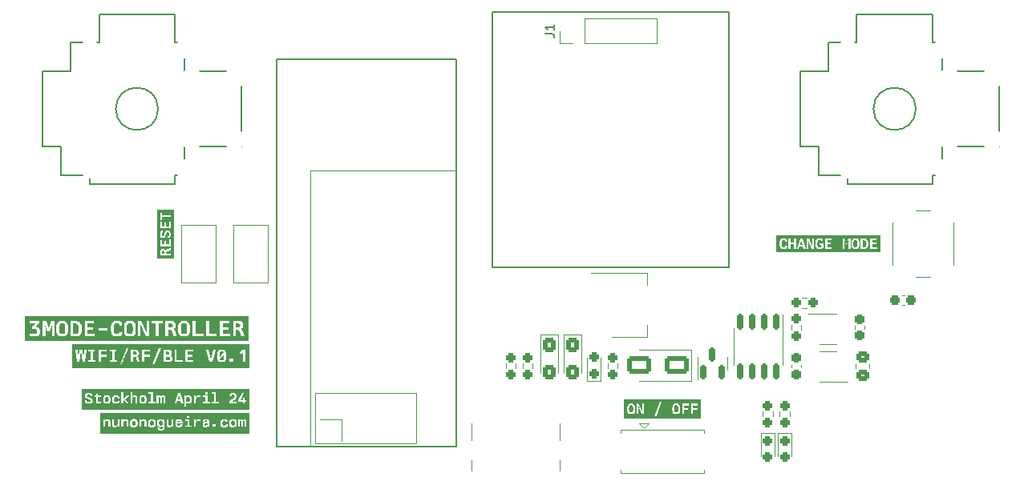
<source format=gbr>
%TF.GenerationSoftware,KiCad,Pcbnew,7.0.6-0*%
%TF.CreationDate,2024-04-21T20:48:41+02:00*%
%TF.ProjectId,3mode_controller,336d6f64-655f-4636-9f6e-74726f6c6c65,rev?*%
%TF.SameCoordinates,Original*%
%TF.FileFunction,Legend,Top*%
%TF.FilePolarity,Positive*%
%FSLAX46Y46*%
G04 Gerber Fmt 4.6, Leading zero omitted, Abs format (unit mm)*
G04 Created by KiCad (PCBNEW 7.0.6-0) date 2024-04-21 20:48:41*
%MOMM*%
%LPD*%
G01*
G04 APERTURE LIST*
G04 Aperture macros list*
%AMRoundRect*
0 Rectangle with rounded corners*
0 $1 Rounding radius*
0 $2 $3 $4 $5 $6 $7 $8 $9 X,Y pos of 4 corners*
0 Add a 4 corners polygon primitive as box body*
4,1,4,$2,$3,$4,$5,$6,$7,$8,$9,$2,$3,0*
0 Add four circle primitives for the rounded corners*
1,1,$1+$1,$2,$3*
1,1,$1+$1,$4,$5*
1,1,$1+$1,$6,$7*
1,1,$1+$1,$8,$9*
0 Add four rect primitives between the rounded corners*
20,1,$1+$1,$2,$3,$4,$5,0*
20,1,$1+$1,$4,$5,$6,$7,0*
20,1,$1+$1,$6,$7,$8,$9,0*
20,1,$1+$1,$8,$9,$2,$3,0*%
G04 Aperture macros list end*
%ADD10C,0.150000*%
%ADD11C,0.120000*%
%ADD12RoundRect,0.237500X-0.237500X0.250000X-0.237500X-0.250000X0.237500X-0.250000X0.237500X0.250000X0*%
%ADD13R,1.500000X1.500000*%
%ADD14R,1.560000X0.650000*%
%ADD15RoundRect,0.250000X-0.425000X0.537500X-0.425000X-0.537500X0.425000X-0.537500X0.425000X0.537500X0*%
%ADD16RoundRect,0.150000X0.150000X-0.587500X0.150000X0.587500X-0.150000X0.587500X-0.150000X-0.587500X0*%
%ADD17C,5.500000*%
%ADD18RoundRect,0.237500X-0.237500X0.287500X-0.237500X-0.287500X0.237500X-0.287500X0.237500X0.287500X0*%
%ADD19RoundRect,0.250000X0.450000X-0.350000X0.450000X0.350000X-0.450000X0.350000X-0.450000X-0.350000X0*%
%ADD20RoundRect,0.237500X0.237500X-0.250000X0.237500X0.250000X-0.237500X0.250000X-0.237500X-0.250000X0*%
%ADD21O,2.200000X3.500000*%
%ADD22R,1.500000X2.500000*%
%ADD23O,1.500000X2.500000*%
%ADD24RoundRect,0.150000X-0.150000X0.675000X-0.150000X-0.675000X0.150000X-0.675000X0.150000X0.675000X0*%
%ADD25C,2.000000*%
%ADD26C,2.200000*%
%ADD27RoundRect,0.237500X-0.300000X-0.237500X0.300000X-0.237500X0.300000X0.237500X-0.300000X0.237500X0*%
%ADD28RoundRect,0.237500X0.237500X-0.287500X0.237500X0.287500X-0.237500X0.287500X-0.237500X-0.287500X0*%
%ADD29RoundRect,0.250000X1.000000X0.650000X-1.000000X0.650000X-1.000000X-0.650000X1.000000X-0.650000X0*%
%ADD30RoundRect,0.237500X0.237500X-0.300000X0.237500X0.300000X-0.237500X0.300000X-0.237500X-0.300000X0*%
%ADD31C,0.650000*%
%ADD32R,0.600000X1.150000*%
%ADD33R,0.300000X1.150000*%
%ADD34O,1.000000X2.100000*%
%ADD35O,1.000000X1.800000*%
%ADD36R,2.000000X1.500000*%
%ADD37R,2.000000X3.800000*%
%ADD38RoundRect,0.237500X-0.250000X-0.237500X0.250000X-0.237500X0.250000X0.237500X-0.250000X0.237500X0*%
%ADD39R,1.700000X1.700000*%
%ADD40O,1.700000X1.700000*%
%ADD41C,1.700000*%
%ADD42R,1.500000X3.000000*%
G04 APERTURE END LIST*
D10*
X129230000Y-96000000D02*
X148230000Y-96000000D01*
X148230000Y-137000000D01*
X129230000Y-137000000D01*
X129230000Y-96000000D01*
X152000000Y-91000000D02*
X177000000Y-91000000D01*
X177000000Y-118000000D01*
X152000000Y-118000000D01*
X152000000Y-91000000D01*
X157584819Y-93333333D02*
X158299104Y-93333333D01*
X158299104Y-93333333D02*
X158441961Y-93380952D01*
X158441961Y-93380952D02*
X158537200Y-93476190D01*
X158537200Y-93476190D02*
X158584819Y-93619047D01*
X158584819Y-93619047D02*
X158584819Y-93714285D01*
X158584819Y-92333333D02*
X158584819Y-92904761D01*
X158584819Y-92619047D02*
X157584819Y-92619047D01*
X157584819Y-92619047D02*
X157727676Y-92714285D01*
X157727676Y-92714285D02*
X157822914Y-92809523D01*
X157822914Y-92809523D02*
X157870533Y-92904761D01*
%TO.C,kibuzzard-66255856*%
G36*
X119048481Y-134232506D02*
G01*
X119104837Y-134284894D01*
X119127856Y-134390463D01*
X118754794Y-134390463D01*
X118781781Y-134284894D01*
X118837344Y-134232506D01*
X118940531Y-134217425D01*
X119048481Y-134232506D01*
G37*
G36*
X121949836Y-134601997D02*
G01*
X121935350Y-134661925D01*
X121874231Y-134731775D01*
X121751994Y-134752412D01*
X121646425Y-134730188D01*
X121618644Y-134647637D01*
X121634519Y-134572231D01*
X121689288Y-134534925D01*
X121799619Y-134522225D01*
X121956781Y-134520638D01*
X121949836Y-134601997D01*
G37*
G36*
X114297887Y-134242031D02*
G01*
X114358212Y-134323787D01*
X114371905Y-134393241D01*
X114376469Y-134487300D01*
X114371905Y-134579970D01*
X114358212Y-134648431D01*
X114297887Y-134728600D01*
X114176444Y-134752412D01*
X114055000Y-134728600D01*
X113994675Y-134648431D01*
X113980983Y-134579970D01*
X113976419Y-134487300D01*
X113980983Y-134393241D01*
X113994675Y-134323787D01*
X114055000Y-134242031D01*
X114176444Y-134217425D01*
X114297887Y-134242031D01*
G37*
G36*
X116202887Y-134242031D02*
G01*
X116263212Y-134323787D01*
X116276905Y-134393241D01*
X116281469Y-134487300D01*
X116276905Y-134579970D01*
X116263212Y-134648431D01*
X116202887Y-134728600D01*
X116081444Y-134752412D01*
X115960000Y-134728600D01*
X115899675Y-134648431D01*
X115885983Y-134579970D01*
X115881419Y-134487300D01*
X115885983Y-134393241D01*
X115899675Y-134323787D01*
X115960000Y-134242031D01*
X116081444Y-134217425D01*
X116202887Y-134242031D01*
G37*
G36*
X117145069Y-134245206D02*
G01*
X117203806Y-134326963D01*
X117216903Y-134396019D01*
X117221269Y-134488888D01*
X117216903Y-134577589D01*
X117203806Y-134643669D01*
X117145069Y-134721456D01*
X117027594Y-134744475D01*
X116909325Y-134721456D01*
X116849794Y-134643669D01*
X116836697Y-134577589D01*
X116832331Y-134488888D01*
X116836697Y-134396019D01*
X116849794Y-134326963D01*
X116909325Y-134245206D01*
X117027594Y-134220600D01*
X117145069Y-134245206D01*
G37*
G36*
X124775388Y-134242031D02*
G01*
X124835713Y-134323787D01*
X124849405Y-134393241D01*
X124853969Y-134487300D01*
X124849405Y-134579970D01*
X124835713Y-134648431D01*
X124775388Y-134728600D01*
X124653944Y-134752412D01*
X124532500Y-134728600D01*
X124472175Y-134648431D01*
X124458483Y-134579970D01*
X124453919Y-134487300D01*
X124458483Y-134393241D01*
X124472175Y-134323787D01*
X124532500Y-134242031D01*
X124653944Y-134217425D01*
X124775388Y-134242031D01*
G37*
G36*
X126380085Y-135583204D02*
G01*
X126049356Y-135583204D01*
X124653944Y-135583204D01*
X123730019Y-135583204D01*
X122794981Y-135583204D01*
X121718656Y-135583204D01*
X120735994Y-135583204D01*
X120289906Y-135583204D01*
X118953231Y-135583204D01*
X117894369Y-135583204D01*
X117037119Y-135583204D01*
X116081444Y-135583204D01*
X115500419Y-135583204D01*
X114176444Y-135583204D01*
X113595419Y-135583204D01*
X112179369Y-135583204D01*
X111690419Y-135583204D01*
X110950644Y-135583204D01*
X110619915Y-135583204D01*
X110619915Y-134903225D01*
X110950644Y-134903225D01*
X111144319Y-134903225D01*
X111144319Y-134473012D01*
X111148883Y-134387089D01*
X111162575Y-134322994D01*
X111222900Y-134247587D01*
X111342756Y-134225362D01*
X111417567Y-134233300D01*
X111464200Y-134257112D01*
X111488608Y-134302753D01*
X111496744Y-134376175D01*
X111496744Y-134903225D01*
X111690419Y-134903225D01*
X111690419Y-134379350D01*
X111683473Y-134265645D01*
X111662637Y-134181706D01*
X111625530Y-134122572D01*
X111569769Y-134083281D01*
X111538463Y-134074550D01*
X111899969Y-134074550D01*
X111899969Y-134598425D01*
X111906319Y-134709550D01*
X111925369Y-134792100D01*
X111959302Y-134850441D01*
X112010300Y-134888937D01*
X112082333Y-134910369D01*
X112179369Y-134917513D01*
X112272436Y-134910567D01*
X112338912Y-134889731D01*
X112389117Y-134850242D01*
X112433369Y-134787338D01*
X112446069Y-134787338D01*
X112446069Y-134903225D01*
X112639744Y-134903225D01*
X112855644Y-134903225D01*
X113049319Y-134903225D01*
X113049319Y-134473012D01*
X113053883Y-134387089D01*
X113067575Y-134322994D01*
X113127900Y-134247587D01*
X113247756Y-134225362D01*
X113322567Y-134233300D01*
X113369200Y-134257112D01*
X113393608Y-134302753D01*
X113401744Y-134376175D01*
X113401744Y-134903225D01*
X113595419Y-134903225D01*
X113595419Y-134487300D01*
X113782744Y-134487300D01*
X113786712Y-134591810D01*
X113798619Y-134678858D01*
X113818462Y-134748444D01*
X113866286Y-134826628D01*
X113938319Y-134878619D01*
X114039919Y-134907789D01*
X114176444Y-134917513D01*
X114312969Y-134907789D01*
X114328866Y-134903225D01*
X114760644Y-134903225D01*
X114954319Y-134903225D01*
X114954319Y-134473012D01*
X114958883Y-134387089D01*
X114972575Y-134322994D01*
X115032900Y-134247587D01*
X115152756Y-134225362D01*
X115227567Y-134233300D01*
X115274200Y-134257112D01*
X115298608Y-134302753D01*
X115306744Y-134376175D01*
X115306744Y-134903225D01*
X115500419Y-134903225D01*
X115500419Y-134487300D01*
X115687744Y-134487300D01*
X115691712Y-134591810D01*
X115703619Y-134678858D01*
X115723462Y-134748444D01*
X115771286Y-134826628D01*
X115843319Y-134878619D01*
X115944919Y-134907789D01*
X116081444Y-134917513D01*
X116217969Y-134907789D01*
X116319569Y-134878619D01*
X116391602Y-134826628D01*
X116439425Y-134748444D01*
X116459269Y-134678858D01*
X116471175Y-134591810D01*
X116475084Y-134488888D01*
X116638656Y-134488888D01*
X116646792Y-134633945D01*
X116671200Y-134742094D01*
X116713864Y-134818889D01*
X116776769Y-134869887D01*
X116864081Y-134898462D01*
X116979969Y-134907987D01*
X117095062Y-134897669D01*
X117162531Y-134862744D01*
X117210156Y-134790512D01*
X117222856Y-134790512D01*
X117221269Y-134911163D01*
X117203806Y-135021494D01*
X117149037Y-135077056D01*
X117038706Y-135093725D01*
X116931550Y-135083406D01*
X116881544Y-135047688D01*
X116864081Y-134973075D01*
X116668819Y-134973075D01*
X116679534Y-135070111D01*
X116705331Y-135142144D01*
X116749781Y-135193142D01*
X116816456Y-135227075D01*
X116910516Y-135246125D01*
X117037119Y-135252475D01*
X117167889Y-135245133D01*
X117264925Y-135223106D01*
X117333386Y-135183816D01*
X117378431Y-135124681D01*
X117403434Y-135040742D01*
X117411769Y-134927037D01*
X117411769Y-134074550D01*
X117614969Y-134074550D01*
X117614969Y-134598425D01*
X117621319Y-134709550D01*
X117640369Y-134792100D01*
X117674302Y-134850441D01*
X117725300Y-134888937D01*
X117797333Y-134910369D01*
X117894369Y-134917513D01*
X117987436Y-134910567D01*
X118053912Y-134889731D01*
X118104117Y-134850242D01*
X118148369Y-134787338D01*
X118161069Y-134787338D01*
X118161069Y-134903225D01*
X118354744Y-134903225D01*
X118354744Y-134480950D01*
X118557944Y-134480950D01*
X118561912Y-134586607D01*
X118573819Y-134674978D01*
X118593662Y-134746062D01*
X118641486Y-134826033D01*
X118713519Y-134878619D01*
X118815516Y-134907789D01*
X118953231Y-134917513D01*
X119062372Y-134911361D01*
X119098940Y-134903225D01*
X119558069Y-134903225D01*
X120289906Y-134903225D01*
X120545494Y-134903225D01*
X120735994Y-134903225D01*
X120735994Y-134661925D01*
X121424969Y-134661925D01*
X121431517Y-134750627D01*
X121451162Y-134816706D01*
X121540063Y-134894494D01*
X121616064Y-134911758D01*
X121718656Y-134917513D01*
X121797634Y-134911559D01*
X121856769Y-134893700D01*
X121904791Y-134859569D01*
X121950431Y-134804800D01*
X121963131Y-134804800D01*
X121963131Y-134903225D01*
X122144106Y-134903225D01*
X122144106Y-134612713D01*
X122493356Y-134612713D01*
X122493356Y-134903225D01*
X122794981Y-134903225D01*
X122794981Y-134612713D01*
X122493356Y-134612713D01*
X122144106Y-134612713D01*
X122144106Y-134490475D01*
X123329969Y-134490475D01*
X123333938Y-134594103D01*
X123345844Y-134680622D01*
X123365688Y-134750031D01*
X123413908Y-134828017D01*
X123487131Y-134879413D01*
X123590716Y-134907988D01*
X123730019Y-134917513D01*
X123849677Y-134911163D01*
X123938775Y-134892113D01*
X124002275Y-134857981D01*
X124045138Y-134806388D01*
X124070339Y-134733362D01*
X124080856Y-134634937D01*
X123890356Y-134634937D01*
X123843525Y-134726219D01*
X123737956Y-134750825D01*
X123663344Y-134745070D01*
X123607781Y-134727806D01*
X123542694Y-134649225D01*
X123528406Y-134582153D01*
X123523644Y-134492062D01*
X123523885Y-134487300D01*
X124260244Y-134487300D01*
X124264213Y-134591810D01*
X124276119Y-134678858D01*
X124295963Y-134748444D01*
X124343786Y-134826628D01*
X124415819Y-134878619D01*
X124517419Y-134907789D01*
X124653944Y-134917513D01*
X124790469Y-134907789D01*
X124806366Y-134903225D01*
X125161944Y-134903225D01*
X125346094Y-134903225D01*
X125346094Y-134434913D01*
X125353238Y-134307912D01*
X125378638Y-134244412D01*
X125430231Y-134225362D01*
X125498494Y-134264256D01*
X125513575Y-134318827D01*
X125517544Y-134404750D01*
X125514369Y-134903225D01*
X125698519Y-134903225D01*
X125698519Y-134426975D01*
X125706456Y-134304737D01*
X125732650Y-134243619D01*
X125784244Y-134225362D01*
X125847744Y-134262669D01*
X125860841Y-134316842D01*
X125865206Y-134404750D01*
X125865206Y-134903225D01*
X126049356Y-134903225D01*
X126049356Y-134376175D01*
X126044792Y-134263859D01*
X126031100Y-134180913D01*
X125969188Y-134083281D01*
X125846156Y-134053913D01*
X125739000Y-134079312D01*
X125682644Y-134176150D01*
X125681056Y-134176150D01*
X125620731Y-134081694D01*
X125504844Y-134053913D01*
X125418325Y-134079312D01*
X125354031Y-134176150D01*
X125341331Y-134176150D01*
X125341331Y-134074550D01*
X125161944Y-134074550D01*
X125161944Y-134903225D01*
X124806366Y-134903225D01*
X124892069Y-134878619D01*
X124964102Y-134826628D01*
X125011925Y-134748444D01*
X125031769Y-134678858D01*
X125043675Y-134591810D01*
X125047644Y-134487300D01*
X125043675Y-134381819D01*
X125031769Y-134293978D01*
X125011925Y-134223775D01*
X124964300Y-134144995D01*
X124892863Y-134092806D01*
X124791461Y-134063636D01*
X124653944Y-134053913D01*
X124516427Y-134063636D01*
X124415025Y-134092806D01*
X124343588Y-134144995D01*
X124295963Y-134223775D01*
X124276119Y-134293978D01*
X124264213Y-134381819D01*
X124260244Y-134487300D01*
X123523885Y-134487300D01*
X123528406Y-134397805D01*
X123542694Y-134327756D01*
X123606988Y-134245206D01*
X123661955Y-134226752D01*
X123736369Y-134220600D01*
X123845113Y-134248381D01*
X123888769Y-134353950D01*
X124080856Y-134353950D01*
X124070339Y-134249770D01*
X124045138Y-134172181D01*
X124002077Y-134117214D01*
X123937981Y-134080900D01*
X123847891Y-134060659D01*
X123726844Y-134053913D01*
X123588930Y-134063636D01*
X123486338Y-134092806D01*
X123413709Y-134145392D01*
X123365688Y-134225362D01*
X123345844Y-134296447D01*
X123333938Y-134384818D01*
X123329969Y-134490475D01*
X122144106Y-134490475D01*
X122144106Y-134352363D01*
X122136169Y-134248381D01*
X122112356Y-134171387D01*
X122069692Y-134117016D01*
X122005200Y-134080900D01*
X121914117Y-134060659D01*
X121791681Y-134053913D01*
X121669642Y-134060064D01*
X121579750Y-134078519D01*
X121517044Y-134111459D01*
X121476563Y-134161069D01*
X121455727Y-134231514D01*
X121451956Y-134326963D01*
X121645631Y-134326963D01*
X121673413Y-134238856D01*
X121791681Y-134215837D01*
X121873041Y-134222981D01*
X121923444Y-134244412D01*
X121958369Y-134352363D01*
X121958369Y-134361887D01*
X121832956Y-134361887D01*
X121690875Y-134368634D01*
X121585306Y-134388875D01*
X121510694Y-134425189D01*
X121461481Y-134480156D01*
X121434097Y-134557745D01*
X121424969Y-134661925D01*
X120735994Y-134661925D01*
X120735994Y-134495238D01*
X120759806Y-134396019D01*
X120820131Y-134307912D01*
X120888394Y-134266637D01*
X120969356Y-134260684D01*
X121078894Y-134258700D01*
X121175731Y-134260287D01*
X121175731Y-134069787D01*
X121077306Y-134067406D01*
X120972531Y-134066612D01*
X120867756Y-134074550D01*
X120813781Y-134114237D01*
X120780047Y-134162656D01*
X120729644Y-134244412D01*
X120712181Y-134244412D01*
X120720119Y-134074550D01*
X120545494Y-134074550D01*
X120545494Y-134903225D01*
X120289906Y-134903225D01*
X120289906Y-134739712D01*
X120031144Y-134739712D01*
X120024794Y-134739712D01*
X120024794Y-134074550D01*
X119573944Y-134074550D01*
X119573944Y-134238062D01*
X119834294Y-134238062D01*
X119834294Y-134739712D01*
X119558069Y-134739712D01*
X119558069Y-134903225D01*
X119098940Y-134903225D01*
X119145319Y-134892906D01*
X119206834Y-134860164D01*
X119251681Y-134811150D01*
X119283034Y-134742094D01*
X119304069Y-134649225D01*
X119107219Y-134649225D01*
X119055625Y-134731775D01*
X118951644Y-134754000D01*
X118838137Y-134735744D01*
X118778606Y-134674625D01*
X118753206Y-134552387D01*
X119316769Y-134552387D01*
X119318356Y-134490475D01*
X119314476Y-134385700D01*
X119302834Y-134297858D01*
X119283431Y-134226950D01*
X119236997Y-134146781D01*
X119167544Y-134093600D01*
X119070309Y-134063834D01*
X118940531Y-134053913D01*
X118806983Y-134063438D01*
X118707962Y-134092012D01*
X118638112Y-134143408D01*
X118592075Y-134221394D01*
X118573113Y-134290803D01*
X118561736Y-134377322D01*
X118557944Y-134480950D01*
X118354744Y-134480950D01*
X118354744Y-134074550D01*
X118161069Y-134074550D01*
X118161069Y-134503175D01*
X118156306Y-134590289D01*
X118142019Y-134654781D01*
X118078519Y-134730188D01*
X118024147Y-134746856D01*
X117949931Y-134752412D01*
X117838012Y-134720662D01*
X117808644Y-134601600D01*
X117808644Y-134074550D01*
X117614969Y-134074550D01*
X117411769Y-134074550D01*
X117226031Y-134074550D01*
X117226031Y-134172975D01*
X117213331Y-134172975D01*
X117137925Y-134081694D01*
X117082561Y-134063239D01*
X117003781Y-134057087D01*
X116876980Y-134066811D01*
X116782325Y-134095981D01*
X116715253Y-134148170D01*
X116671200Y-134226950D01*
X116653120Y-134296976D01*
X116642272Y-134384289D01*
X116638656Y-134488888D01*
X116475084Y-134488888D01*
X116475144Y-134487300D01*
X116471175Y-134381819D01*
X116459269Y-134293978D01*
X116439425Y-134223775D01*
X116391800Y-134144995D01*
X116320362Y-134092806D01*
X116218961Y-134063636D01*
X116081444Y-134053913D01*
X115943927Y-134063636D01*
X115842525Y-134092806D01*
X115771087Y-134144995D01*
X115723462Y-134223775D01*
X115703619Y-134293978D01*
X115691712Y-134381819D01*
X115687744Y-134487300D01*
X115500419Y-134487300D01*
X115500419Y-134379350D01*
X115493473Y-134265645D01*
X115472637Y-134181706D01*
X115435530Y-134122572D01*
X115379769Y-134083281D01*
X115300791Y-134061255D01*
X115194031Y-134053913D01*
X115116641Y-134061056D01*
X115059094Y-134082488D01*
X115012262Y-134123366D01*
X114967019Y-134188850D01*
X114954319Y-134188850D01*
X114954319Y-134074550D01*
X114760644Y-134074550D01*
X114760644Y-134903225D01*
X114328866Y-134903225D01*
X114414569Y-134878619D01*
X114486602Y-134826628D01*
X114534425Y-134748444D01*
X114554269Y-134678858D01*
X114566175Y-134591810D01*
X114570144Y-134487300D01*
X114566175Y-134381819D01*
X114554269Y-134293978D01*
X114534425Y-134223775D01*
X114486800Y-134144995D01*
X114415362Y-134092806D01*
X114313961Y-134063636D01*
X114176444Y-134053913D01*
X114038927Y-134063636D01*
X113937525Y-134092806D01*
X113866087Y-134144995D01*
X113818462Y-134223775D01*
X113798619Y-134293978D01*
X113786712Y-134381819D01*
X113782744Y-134487300D01*
X113595419Y-134487300D01*
X113595419Y-134379350D01*
X113588473Y-134265645D01*
X113567637Y-134181706D01*
X113530530Y-134122572D01*
X113474769Y-134083281D01*
X113395791Y-134061255D01*
X113289031Y-134053913D01*
X113211641Y-134061056D01*
X113154094Y-134082488D01*
X113107262Y-134123366D01*
X113062019Y-134188850D01*
X113049319Y-134188850D01*
X113049319Y-134074550D01*
X112855644Y-134074550D01*
X112855644Y-134903225D01*
X112639744Y-134903225D01*
X112639744Y-134074550D01*
X112446069Y-134074550D01*
X112446069Y-134503175D01*
X112441306Y-134590289D01*
X112427019Y-134654781D01*
X112363519Y-134730188D01*
X112309147Y-134746856D01*
X112234931Y-134752412D01*
X112123012Y-134720662D01*
X112093644Y-134601600D01*
X112093644Y-134074550D01*
X111899969Y-134074550D01*
X111538463Y-134074550D01*
X111490791Y-134061255D01*
X111384031Y-134053913D01*
X111306641Y-134061056D01*
X111249094Y-134082488D01*
X111202262Y-134123366D01*
X111157019Y-134188850D01*
X111144319Y-134188850D01*
X111144319Y-134074550D01*
X110950644Y-134074550D01*
X110950644Y-134903225D01*
X110619915Y-134903225D01*
X110619915Y-133747525D01*
X119788256Y-133747525D01*
X119788256Y-133971362D01*
X120031144Y-133971362D01*
X120031144Y-133747525D01*
X119788256Y-133747525D01*
X110619915Y-133747525D01*
X110619915Y-133416796D01*
X110950644Y-133416796D01*
X126049356Y-133416796D01*
X126380085Y-133416796D01*
X126380085Y-135583204D01*
G37*
D11*
%TO.C,R2*%
X184627500Y-124120276D02*
X184627500Y-124629724D01*
X183582500Y-124120276D02*
X183582500Y-124629724D01*
%TO.C,kibuzzard-66255BA9*%
G36*
X114255847Y-126932799D02*
G01*
X114348240Y-126937085D01*
X114468255Y-126976137D01*
X114500640Y-127093295D01*
X114469207Y-127240932D01*
X114352050Y-127281890D01*
X114106305Y-127281890D01*
X114106305Y-126933275D01*
X114188220Y-126931370D01*
X114255847Y-126932799D01*
G37*
G36*
X117748665Y-126931370D02*
G01*
X117839867Y-126947086D01*
X117896302Y-126975185D01*
X117935355Y-127095200D01*
X117905827Y-127214262D01*
X117794385Y-127249505D01*
X117527685Y-127249505D01*
X117527685Y-126925655D01*
X117590550Y-126925655D01*
X117748665Y-126931370D01*
G37*
G36*
X123682740Y-127367615D02*
G01*
X123676073Y-127539065D01*
X123656070Y-127676225D01*
X123625590Y-127779095D01*
X123570345Y-127823863D01*
X123444615Y-127838150D01*
X123316980Y-127823863D01*
X123259830Y-127771475D01*
X123678930Y-127241885D01*
X123682740Y-127367615D01*
G37*
G36*
X117892492Y-127475248D02*
G01*
X117964882Y-127531445D01*
X117986790Y-127645745D01*
X117960120Y-127757188D01*
X117871537Y-127812432D01*
X117796052Y-127824577D01*
X117693420Y-127828625D01*
X117613886Y-127827672D01*
X117527685Y-127824815D01*
X117527685Y-127459055D01*
X117746760Y-127459055D01*
X117892492Y-127475248D01*
G37*
G36*
X123582728Y-126928512D02*
G01*
X123642735Y-127005665D01*
X123216015Y-127544780D01*
X123210300Y-127456197D01*
X123208395Y-127373330D01*
X123210300Y-127274984D01*
X123216015Y-127197117D01*
X123235065Y-127066625D01*
X123267450Y-126964707D01*
X123322695Y-126920892D01*
X123442710Y-126908510D01*
X123582728Y-126928512D01*
G37*
G36*
X126367520Y-128661745D02*
G01*
X125970645Y-128661745D01*
X124644765Y-128661745D01*
X123442710Y-128661745D01*
X122452110Y-128661745D01*
X120470910Y-128661745D01*
X119358390Y-128661745D01*
X117661035Y-128661745D01*
X116359920Y-128661745D01*
X115279785Y-128661745D01*
X114814965Y-128661745D01*
X112930920Y-128661745D01*
X112372755Y-128661745D01*
X110707785Y-128661745D01*
X110086755Y-128661745D01*
X108991380Y-128661745D01*
X108029355Y-128661745D01*
X107632480Y-128661745D01*
X107632480Y-128264870D01*
X112702320Y-128264870D01*
X112930920Y-128264870D01*
X116131320Y-128264870D01*
X116359920Y-128264870D01*
X116457081Y-128019125D01*
X117287655Y-128019125D01*
X117420582Y-128029708D01*
X117545042Y-128036058D01*
X117661035Y-128038175D01*
X117799359Y-128034471D01*
X117914612Y-128023358D01*
X118006792Y-128004837D01*
X118110377Y-127959832D01*
X118179195Y-127891490D01*
X118217771Y-127794335D01*
X118230630Y-127662890D01*
X118225629Y-127569069D01*
X118210627Y-127497155D01*
X118142047Y-127401905D01*
X118003935Y-127352375D01*
X118003935Y-127340945D01*
X118086088Y-127310941D01*
X118138237Y-127262840D01*
X118166098Y-127188069D01*
X118175385Y-127078055D01*
X118162288Y-126953039D01*
X118122997Y-126859932D01*
X118052751Y-126793972D01*
X117946785Y-126750395D01*
X117852593Y-126732403D01*
X117799618Y-126727535D01*
X118459230Y-126727535D01*
X118459230Y-128021030D01*
X119358390Y-128021030D01*
X119358390Y-127807670D01*
X118703070Y-127807670D01*
X118703070Y-126727535D01*
X119628900Y-126727535D01*
X119628900Y-128022935D01*
X120470910Y-128022935D01*
X120470910Y-127813385D01*
X119872740Y-127813385D01*
X119872740Y-127455245D01*
X120356610Y-127455245D01*
X120356610Y-127245695D01*
X119872740Y-127245695D01*
X119872740Y-126937085D01*
X120432810Y-126937085D01*
X120432810Y-126727535D01*
X121768215Y-126727535D01*
X122153025Y-128022935D01*
X122452110Y-128022935D01*
X122645647Y-127371425D01*
X122970270Y-127371425D01*
X122974292Y-127506045D01*
X122986357Y-127627965D01*
X123006465Y-127737185D01*
X123042422Y-127851723D01*
X123085523Y-127932447D01*
X123140529Y-127985787D01*
X123212205Y-128018173D01*
X123309836Y-128034603D01*
X123442710Y-128040080D01*
X123577013Y-128034603D01*
X123675120Y-128018173D01*
X123747034Y-127986026D01*
X123802755Y-127933400D01*
X123846570Y-127853866D01*
X123882765Y-127740995D01*
X123897052Y-127674320D01*
X124282815Y-127674320D01*
X124282815Y-128022935D01*
X124644765Y-128022935D01*
X124644765Y-127674320D01*
X124282815Y-127674320D01*
X123897052Y-127674320D01*
X123900624Y-127657651D01*
X123912293Y-127575260D01*
X123918722Y-127486677D01*
X123920865Y-127384760D01*
X123917244Y-127266650D01*
X125324850Y-127266650D01*
X125667750Y-127055195D01*
X125742045Y-126994235D01*
X125734425Y-127112345D01*
X125734425Y-128022935D01*
X125970645Y-128022935D01*
X125970645Y-126727535D01*
X125734425Y-126727535D01*
X125324850Y-127015190D01*
X125324850Y-127266650D01*
X123917244Y-127266650D01*
X123916420Y-127239768D01*
X123903085Y-127112133D01*
X123880860Y-127001855D01*
X123845379Y-126892317D01*
X123803708Y-126815165D01*
X123750129Y-126763492D01*
X123678930Y-126730392D01*
X123580823Y-126712533D01*
X123446520Y-126706580D01*
X123311979Y-126712533D01*
X123213158Y-126730392D01*
X123141244Y-126763730D01*
X123087428Y-126816117D01*
X123045756Y-126893984D01*
X123010275Y-127003760D01*
X122988050Y-127110652D01*
X122974715Y-127233207D01*
X122970270Y-127371425D01*
X122645647Y-127371425D01*
X122836920Y-126727535D01*
X122589270Y-126727535D01*
X122307330Y-127737185D01*
X122297805Y-127737185D01*
X122015865Y-126727535D01*
X121768215Y-126727535D01*
X120432810Y-126727535D01*
X119628900Y-126727535D01*
X118703070Y-126727535D01*
X118459230Y-126727535D01*
X117799618Y-126727535D01*
X117735118Y-126721608D01*
X117601362Y-126718188D01*
X117287655Y-126723725D01*
X117287655Y-128019125D01*
X116457081Y-128019125D01*
X117043815Y-126535130D01*
X116813310Y-126535130D01*
X116131320Y-128264870D01*
X112930920Y-128264870D01*
X113026575Y-128022935D01*
X113864370Y-128022935D01*
X114106305Y-128022935D01*
X114106305Y-127493345D01*
X114228225Y-127493345D01*
X114329190Y-127500727D01*
X114395865Y-127522872D01*
X114464445Y-127636220D01*
X114553980Y-128022935D01*
X114814965Y-128022935D01*
X114706380Y-127619075D01*
X114673757Y-127523349D01*
X114636847Y-127460960D01*
X114517785Y-127401905D01*
X114517785Y-127384760D01*
X114653040Y-127341897D01*
X114720667Y-127256172D01*
X114740670Y-127102820D01*
X114728526Y-126972327D01*
X114692092Y-126874220D01*
X114626846Y-126803735D01*
X114528262Y-126756110D01*
X114440950Y-126736002D01*
X114364969Y-126727535D01*
X115035945Y-126727535D01*
X115035945Y-128022935D01*
X115279785Y-128022935D01*
X115279785Y-127481915D01*
X115839855Y-127481915D01*
X115839855Y-127268555D01*
X115279785Y-127268555D01*
X115279785Y-126942800D01*
X115916055Y-126942800D01*
X115916055Y-126727535D01*
X115035945Y-126727535D01*
X114364969Y-126727535D01*
X114332682Y-126723937D01*
X114203460Y-126719915D01*
X114091065Y-126721820D01*
X113864370Y-126729440D01*
X113864370Y-128022935D01*
X113026575Y-128022935D01*
X113614815Y-126535130D01*
X113384310Y-126535130D01*
X112702320Y-128264870D01*
X107632480Y-128264870D01*
X107632480Y-126727535D01*
X108029355Y-126727535D01*
X108183660Y-128022935D01*
X108435120Y-128022935D01*
X108583710Y-126895175D01*
X108591330Y-126895175D01*
X108738015Y-128022935D01*
X108991380Y-128022935D01*
X109372380Y-128022935D01*
X110086755Y-128022935D01*
X110086755Y-127811480D01*
X109848630Y-127811480D01*
X109848630Y-126938990D01*
X110073420Y-126938990D01*
X110073420Y-126727535D01*
X110463945Y-126727535D01*
X110463945Y-128022935D01*
X110707785Y-128022935D01*
X111658380Y-128022935D01*
X112372755Y-128022935D01*
X112372755Y-127811480D01*
X112134630Y-127811480D01*
X112134630Y-126938990D01*
X112359420Y-126938990D01*
X112359420Y-126727535D01*
X111671715Y-126727535D01*
X111671715Y-126938990D01*
X111896505Y-126938990D01*
X111896505Y-127811480D01*
X111658380Y-127811480D01*
X111658380Y-128022935D01*
X110707785Y-128022935D01*
X110707785Y-127481915D01*
X111267855Y-127481915D01*
X111267855Y-127268555D01*
X110707785Y-127268555D01*
X110707785Y-126942800D01*
X111344055Y-126942800D01*
X111344055Y-126727535D01*
X110463945Y-126727535D01*
X110073420Y-126727535D01*
X109385715Y-126727535D01*
X109385715Y-126938990D01*
X109610505Y-126938990D01*
X109610505Y-127811480D01*
X109372380Y-127811480D01*
X109372380Y-128022935D01*
X108991380Y-128022935D01*
X109145685Y-126727535D01*
X108936135Y-126727535D01*
X108859935Y-127746710D01*
X108858030Y-127746710D01*
X108842790Y-127510490D01*
X108724680Y-126727535D01*
X108450360Y-126727535D01*
X108328440Y-127510490D01*
X108315105Y-127746710D01*
X108313200Y-127746710D01*
X108238905Y-126727535D01*
X108029355Y-126727535D01*
X107632480Y-126727535D01*
X107632480Y-126138255D01*
X108029355Y-126138255D01*
X125970645Y-126138255D01*
X126367520Y-126138255D01*
X126367520Y-128661745D01*
G37*
%TO.C,SW1*%
X122850000Y-113540000D02*
X122850000Y-119660000D01*
X119150000Y-113540000D02*
X122850000Y-113540000D01*
X122850000Y-119660000D02*
X119150000Y-119660000D01*
X119150000Y-119660000D02*
X119150000Y-113540000D01*
%TO.C,IC1*%
X186555000Y-126135000D02*
X188355000Y-126135000D01*
X188355000Y-122915000D02*
X185405000Y-122915000D01*
%TO.C,C8*%
X158935000Y-125142500D02*
X157065000Y-125142500D01*
X157065000Y-125142500D02*
X157065000Y-129227500D01*
X158935000Y-129227500D02*
X158935000Y-125142500D01*
%TO.C,Q1*%
X173690000Y-128187500D02*
X173690000Y-129862500D01*
X173690000Y-128187500D02*
X173690000Y-127537500D01*
X176810000Y-128187500D02*
X176810000Y-128837500D01*
X176810000Y-128187500D02*
X176810000Y-127537500D01*
%TO.C,kibuzzard-66255824*%
G36*
X166755547Y-132606895D02*
G01*
X166811506Y-132632494D01*
X166850995Y-132678531D01*
X166877387Y-132748381D01*
X166892270Y-132847798D01*
X166897231Y-132982537D01*
X166892270Y-133113308D01*
X166877387Y-133210344D01*
X166850995Y-133279003D01*
X166811506Y-133324644D01*
X166755547Y-133350242D01*
X166679744Y-133358775D01*
X166603742Y-133350242D01*
X166547187Y-133324644D01*
X166507103Y-133279003D01*
X166480512Y-133210344D01*
X166465630Y-133113308D01*
X166460669Y-132982537D01*
X166465630Y-132848791D01*
X166480512Y-132749175D01*
X166507103Y-132678730D01*
X166547187Y-132632494D01*
X166603742Y-132606895D01*
X166679744Y-132598362D01*
X166755547Y-132606895D01*
G37*
G36*
X171518047Y-132606895D02*
G01*
X171574006Y-132632494D01*
X171613495Y-132678531D01*
X171639888Y-132748381D01*
X171654770Y-132847798D01*
X171659731Y-132982537D01*
X171654770Y-133113308D01*
X171639888Y-133210344D01*
X171613495Y-133279003D01*
X171574006Y-133324644D01*
X171518047Y-133350242D01*
X171442244Y-133358775D01*
X171366242Y-133350242D01*
X171309688Y-133324644D01*
X171269603Y-133279003D01*
X171243013Y-133210344D01*
X171228130Y-133113308D01*
X171223169Y-132982537D01*
X171228130Y-132848791D01*
X171243013Y-132749175D01*
X171269603Y-132678730D01*
X171309688Y-132632494D01*
X171366242Y-132606895D01*
X171442244Y-132598362D01*
X171518047Y-132606895D01*
G37*
G36*
X174070085Y-134051454D02*
G01*
X173739356Y-134051454D01*
X173209131Y-134051454D01*
X172256631Y-134051454D01*
X171442244Y-134051454D01*
X169346744Y-134051454D01*
X168038644Y-134051454D01*
X166679744Y-134051454D01*
X166260644Y-134051454D01*
X165929915Y-134051454D01*
X165929915Y-133720725D01*
X169156244Y-133720725D01*
X169346744Y-133720725D01*
X169638604Y-132982537D01*
X171023144Y-132982537D01*
X171027289Y-133116417D01*
X171039724Y-133228071D01*
X171060450Y-133317500D01*
X171110853Y-133417909D01*
X171187450Y-133484188D01*
X171255624Y-133511528D01*
X171340556Y-133527932D01*
X171442244Y-133533400D01*
X171543932Y-133527932D01*
X171628863Y-133511528D01*
X171697037Y-133484188D01*
X171773634Y-133417909D01*
X171824037Y-133317500D01*
X171844763Y-133228071D01*
X171857199Y-133116417D01*
X171861344Y-132982537D01*
X171857199Y-132846718D01*
X171844763Y-132733476D01*
X171824037Y-132642812D01*
X171773634Y-132541014D01*
X171697037Y-132473744D01*
X171628863Y-132445962D01*
X171596507Y-132439612D01*
X172053431Y-132439612D01*
X172053431Y-133519113D01*
X172256631Y-133519113D01*
X172256631Y-133068263D01*
X172723356Y-133068263D01*
X172723356Y-132890462D01*
X172256631Y-132890462D01*
X172256631Y-132619000D01*
X172786856Y-132619000D01*
X172786856Y-132439612D01*
X173005931Y-132439612D01*
X173005931Y-133519113D01*
X173209131Y-133519113D01*
X173209131Y-133068263D01*
X173675856Y-133068263D01*
X173675856Y-132890462D01*
X173209131Y-132890462D01*
X173209131Y-132619000D01*
X173739356Y-132619000D01*
X173739356Y-132439612D01*
X173005931Y-132439612D01*
X172786856Y-132439612D01*
X172053431Y-132439612D01*
X171596507Y-132439612D01*
X171543932Y-132429294D01*
X171442244Y-132423737D01*
X171340556Y-132429294D01*
X171255624Y-132445962D01*
X171187450Y-132473744D01*
X171110853Y-132541014D01*
X171060450Y-132642812D01*
X171039724Y-132733476D01*
X171027289Y-132846718D01*
X171023144Y-132982537D01*
X169638604Y-132982537D01*
X169916656Y-132279275D01*
X169724569Y-132279275D01*
X169156244Y-133720725D01*
X165929915Y-133720725D01*
X165929915Y-132982537D01*
X166260644Y-132982537D01*
X166264789Y-133116417D01*
X166277224Y-133228071D01*
X166297950Y-133317500D01*
X166348353Y-133417909D01*
X166424950Y-133484188D01*
X166493124Y-133511528D01*
X166578056Y-133527932D01*
X166679744Y-133533400D01*
X166781432Y-133527932D01*
X166866363Y-133511528D01*
X166934537Y-133484188D01*
X167011134Y-133417909D01*
X167061537Y-133317500D01*
X167082263Y-133228071D01*
X167094699Y-133116417D01*
X167098844Y-132982537D01*
X167094699Y-132846718D01*
X167082263Y-132733476D01*
X167061537Y-132642812D01*
X167011134Y-132541014D01*
X166934537Y-132473744D01*
X166866363Y-132445962D01*
X166834007Y-132439612D01*
X167225844Y-132439612D01*
X167225844Y-133519113D01*
X167421106Y-133519113D01*
X167421106Y-132898400D01*
X167398881Y-132672975D01*
X167403644Y-132672975D01*
X167790994Y-133519113D01*
X168038644Y-133519113D01*
X168038644Y-132439612D01*
X167843381Y-132439612D01*
X167843381Y-133060325D01*
X167865606Y-133285750D01*
X167860844Y-133285750D01*
X167473494Y-132439612D01*
X167225844Y-132439612D01*
X166834007Y-132439612D01*
X166781432Y-132429294D01*
X166679744Y-132423737D01*
X166578056Y-132429294D01*
X166493124Y-132445962D01*
X166424950Y-132473744D01*
X166348353Y-132541014D01*
X166297950Y-132642812D01*
X166277224Y-132733476D01*
X166264789Y-132846718D01*
X166260644Y-132982537D01*
X165929915Y-132982537D01*
X165929915Y-131948546D01*
X166260644Y-131948546D01*
X173739356Y-131948546D01*
X174070085Y-131948546D01*
X174070085Y-134051454D01*
G37*
%TO.C,U4*%
X188355000Y-126915000D02*
X186555000Y-126915000D01*
X186555000Y-130135000D02*
X189505000Y-130135000D01*
%TO.C,D3*%
X181835000Y-135565000D02*
X180365000Y-135565000D01*
X180365000Y-135565000D02*
X180365000Y-138025000D01*
X181835000Y-138025000D02*
X181835000Y-135565000D01*
%TO.C,R5*%
X190370000Y-128702064D02*
X190370000Y-128247936D01*
X191840000Y-128702064D02*
X191840000Y-128247936D01*
%TO.C,R6*%
X180577500Y-133792224D02*
X180577500Y-133282776D01*
X181622500Y-133792224D02*
X181622500Y-133282776D01*
%TO.C,SW4*%
X165590000Y-135240000D02*
X174410000Y-135240000D01*
X165590000Y-135550000D02*
X165590000Y-135240000D01*
X165590000Y-139760000D02*
X165590000Y-139450000D01*
X167500000Y-134540000D02*
X168000000Y-135040000D01*
X168000000Y-135040000D02*
X168500000Y-134540000D01*
X168500000Y-134540000D02*
X167500000Y-134540000D01*
X174410000Y-135240000D02*
X174410000Y-135550000D01*
X174410000Y-139760000D02*
X165590000Y-139760000D01*
X174410000Y-139760000D02*
X174410000Y-139450000D01*
%TO.C,U1*%
X182665000Y-126425000D02*
X182665000Y-122975000D01*
X182665000Y-126425000D02*
X182665000Y-128375000D01*
X177545000Y-126425000D02*
X177545000Y-124475000D01*
X177545000Y-126425000D02*
X177545000Y-128375000D01*
D10*
%TO.C,U7*%
X118500000Y-109250000D02*
X109500000Y-109250000D01*
X106500000Y-108250000D02*
X109500000Y-108250000D01*
X109500000Y-108250000D02*
X109500000Y-109250000D01*
X118500000Y-108250000D02*
X118500000Y-109250000D01*
X119500000Y-108250000D02*
X118500000Y-108250000D01*
X119500000Y-108250000D02*
X119500000Y-106250000D01*
X106500000Y-107250000D02*
X106500000Y-108250000D01*
X119500000Y-106250000D02*
X119500000Y-105250000D01*
X104500000Y-105250000D02*
X106500000Y-105250000D01*
X106500000Y-105250000D02*
X106500000Y-107250000D01*
X119500000Y-105250000D02*
X125500000Y-105250000D01*
X125500000Y-105250000D02*
X125500000Y-97250000D01*
X104500000Y-97250000D02*
X104500000Y-105250000D01*
X104500000Y-97250000D02*
X106500000Y-97250000D01*
X106500000Y-97250000D02*
X107500000Y-97250000D01*
X107500000Y-97250000D02*
X107500000Y-94250000D01*
X119500000Y-97250000D02*
X119500000Y-94250000D01*
X125500000Y-97250000D02*
X119500000Y-97250000D01*
X107500000Y-94250000D02*
X108500000Y-94250000D01*
X108500000Y-94250000D02*
X110500000Y-94250000D01*
X110500000Y-94250000D02*
X110500000Y-93250000D01*
X118500000Y-94250000D02*
X119500000Y-94250000D01*
X118500000Y-93250000D02*
X118500000Y-94250000D01*
X118500000Y-93250000D02*
X118500000Y-91250000D01*
X110500000Y-91250000D02*
X110500000Y-93250000D01*
X118500000Y-91250000D02*
X110500000Y-91250000D01*
X116736068Y-101250000D02*
G75*
G03*
X116736068Y-101250000I-2236068J0D01*
G01*
D11*
%TO.C,C6*%
X195253733Y-120990000D02*
X195546267Y-120990000D01*
X195253733Y-122010000D02*
X195546267Y-122010000D01*
%TO.C,SW3*%
X196750000Y-119000000D02*
X198250000Y-119000000D01*
X200750000Y-117750000D02*
X200750000Y-113250000D01*
X194250000Y-113250000D02*
X194250000Y-117750000D01*
X198250000Y-112000000D02*
X196750000Y-112000000D01*
%TO.C,D1*%
X162015000Y-130072500D02*
X163485000Y-130072500D01*
X163485000Y-130072500D02*
X163485000Y-127612500D01*
X162015000Y-127612500D02*
X162015000Y-130072500D01*
%TO.C,D4*%
X173010000Y-130007500D02*
X173010000Y-126707500D01*
X173010000Y-130007500D02*
X167500000Y-130007500D01*
X173010000Y-126707500D02*
X167500000Y-126707500D01*
%TO.C,C2*%
X183595000Y-128621267D02*
X183595000Y-128328733D01*
X184615000Y-128621267D02*
X184615000Y-128328733D01*
%TO.C,R7*%
X165272500Y-128202776D02*
X165272500Y-128712224D01*
X164227500Y-128202776D02*
X164227500Y-128712224D01*
%TO.C,SW2*%
X128350000Y-113540000D02*
X128350000Y-119660000D01*
X124650000Y-113540000D02*
X128350000Y-113540000D01*
X128350000Y-119660000D02*
X124650000Y-119660000D01*
X124650000Y-119660000D02*
X124650000Y-113540000D01*
D10*
%TO.C,U8*%
X198500000Y-109250000D02*
X189500000Y-109250000D01*
X186500000Y-108250000D02*
X189500000Y-108250000D01*
X189500000Y-108250000D02*
X189500000Y-109250000D01*
X198500000Y-108250000D02*
X198500000Y-109250000D01*
X199500000Y-108250000D02*
X198500000Y-108250000D01*
X199500000Y-108250000D02*
X199500000Y-106250000D01*
X186500000Y-107250000D02*
X186500000Y-108250000D01*
X199500000Y-106250000D02*
X199500000Y-105250000D01*
X184500000Y-105250000D02*
X186500000Y-105250000D01*
X186500000Y-105250000D02*
X186500000Y-107250000D01*
X199500000Y-105250000D02*
X205500000Y-105250000D01*
X205500000Y-105250000D02*
X205500000Y-97250000D01*
X184500000Y-97250000D02*
X184500000Y-105250000D01*
X184500000Y-97250000D02*
X186500000Y-97250000D01*
X186500000Y-97250000D02*
X187500000Y-97250000D01*
X187500000Y-97250000D02*
X187500000Y-94250000D01*
X199500000Y-97250000D02*
X199500000Y-94250000D01*
X205500000Y-97250000D02*
X199500000Y-97250000D01*
X187500000Y-94250000D02*
X188500000Y-94250000D01*
X188500000Y-94250000D02*
X190500000Y-94250000D01*
X190500000Y-94250000D02*
X190500000Y-93250000D01*
X198500000Y-94250000D02*
X199500000Y-94250000D01*
X198500000Y-93250000D02*
X198500000Y-94250000D01*
X198500000Y-93250000D02*
X198500000Y-91250000D01*
X190500000Y-91250000D02*
X190500000Y-93250000D01*
X198500000Y-91250000D02*
X190500000Y-91250000D01*
X196736068Y-101250000D02*
G75*
G03*
X196736068Y-101250000I-2236068J0D01*
G01*
D11*
%TO.C,J2*%
X149830000Y-136290000D02*
X149830000Y-134490000D01*
X149830000Y-138390000D02*
X149830000Y-139540000D01*
X159170000Y-136290000D02*
X159170000Y-134490000D01*
X159170000Y-138390000D02*
X159170000Y-139540000D01*
%TO.C,R4*%
X155227500Y-128712224D02*
X155227500Y-128202776D01*
X156272500Y-128712224D02*
X156272500Y-128202776D01*
%TO.C,U5*%
X162400000Y-118590000D02*
X168410000Y-118590000D01*
X164650000Y-125410000D02*
X168410000Y-125410000D01*
X168410000Y-118590000D02*
X168410000Y-119850000D01*
X168410000Y-125410000D02*
X168410000Y-124150000D01*
%TO.C,kibuzzard-662557F7*%
G36*
X119061306Y-131978569D02*
G01*
X118813656Y-131978569D01*
X118935894Y-131524544D01*
X118939069Y-131524544D01*
X119061306Y-131978569D01*
G37*
G36*
X111438925Y-131746000D02*
G01*
X111499250Y-131827756D01*
X111512942Y-131897209D01*
X111517506Y-131991269D01*
X111512942Y-132083939D01*
X111499250Y-132152400D01*
X111438925Y-132232569D01*
X111317481Y-132256381D01*
X111196037Y-132232569D01*
X111135712Y-132152400D01*
X111122020Y-132083939D01*
X111117456Y-131991269D01*
X111122020Y-131897209D01*
X111135712Y-131827756D01*
X111196037Y-131746000D01*
X111317481Y-131721394D01*
X111438925Y-131746000D01*
G37*
G36*
X115248925Y-131746000D02*
G01*
X115309250Y-131827756D01*
X115322942Y-131897209D01*
X115327506Y-131991269D01*
X115322942Y-132083939D01*
X115309250Y-132152400D01*
X115248925Y-132232569D01*
X115127481Y-132256381D01*
X115006037Y-132232569D01*
X114945712Y-132152400D01*
X114932020Y-132083939D01*
X114927456Y-131991269D01*
X114932020Y-131897209D01*
X114945712Y-131827756D01*
X115006037Y-131746000D01*
X115127481Y-131721394D01*
X115248925Y-131746000D01*
G37*
G36*
X119992375Y-131749969D02*
G01*
X120054287Y-131830931D01*
X120067980Y-131899987D01*
X120072544Y-131992856D01*
X120067980Y-132084336D01*
X120054287Y-132152400D01*
X119992375Y-132232569D01*
X119867756Y-132256381D01*
X119755044Y-132232569D01*
X119698687Y-132152400D01*
X119686186Y-132084336D01*
X119682019Y-131992856D01*
X119686186Y-131899987D01*
X119698687Y-131830931D01*
X119755044Y-131749969D01*
X119867756Y-131726156D01*
X119992375Y-131749969D01*
G37*
G36*
X126332585Y-133079235D02*
G01*
X126001856Y-133079235D01*
X125854219Y-133079235D01*
X125025544Y-133079235D01*
X123130069Y-133079235D01*
X122193444Y-133079235D01*
X120734531Y-133079235D01*
X119685194Y-133079235D01*
X119388331Y-133079235D01*
X117475394Y-133079235D01*
X116462569Y-133079235D01*
X115127481Y-133079235D01*
X114546456Y-133079235D01*
X113057381Y-133079235D01*
X112298556Y-133079235D01*
X111317481Y-133079235D01*
X110468169Y-133079235D01*
X109415656Y-133079235D01*
X108998144Y-133079235D01*
X108667415Y-133079235D01*
X108667415Y-132748506D01*
X119493106Y-132748506D01*
X119685194Y-132748506D01*
X119685194Y-132323056D01*
X119697894Y-132323056D01*
X119783619Y-132400844D01*
X119839181Y-132416322D01*
X119913794Y-132421481D01*
X120037420Y-132411758D01*
X120051733Y-132407194D01*
X120544031Y-132407194D01*
X120734531Y-132407194D01*
X121461606Y-132407194D01*
X122193444Y-132407194D01*
X122377594Y-132407194D01*
X123130069Y-132407194D01*
X123130069Y-132242094D01*
X122858606Y-132242094D01*
X122858606Y-131629319D01*
X124258781Y-131629319D01*
X124461981Y-131629319D01*
X124484206Y-131541212D01*
X124538975Y-131496762D01*
X124642956Y-131483269D01*
X124746144Y-131495969D01*
X124797738Y-131538037D01*
X124812819Y-131622969D01*
X124801706Y-131695994D01*
X124760431Y-131756319D01*
X124688597Y-131823391D01*
X124596919Y-131900781D01*
X124539173Y-131947017D01*
X124467538Y-132003175D01*
X124382011Y-132069255D01*
X124282594Y-132145256D01*
X124282594Y-132407194D01*
X125025544Y-132407194D01*
X125025544Y-132229394D01*
X124487381Y-132229394D01*
X124487381Y-132215106D01*
X124494097Y-132210344D01*
X125223981Y-132210344D01*
X125663719Y-132210344D01*
X125663719Y-132407194D01*
X125854219Y-132407194D01*
X125854219Y-132210344D01*
X126001856Y-132210344D01*
X126001856Y-132038894D01*
X125854219Y-132038894D01*
X125854219Y-131786481D01*
X125663719Y-131786481D01*
X125663719Y-132038894D01*
X125424006Y-132038894D01*
X125784369Y-131311819D01*
X125571644Y-131311819D01*
X125223981Y-132029369D01*
X125223981Y-132210344D01*
X124494097Y-132210344D01*
X124581661Y-132148255D01*
X124661301Y-132089517D01*
X124726300Y-132038894D01*
X124812223Y-131965472D01*
X124896956Y-131884906D01*
X124952916Y-131821406D01*
X124987444Y-131764256D01*
X125005303Y-131702741D01*
X125011256Y-131626144D01*
X125002922Y-131516408D01*
X124977919Y-131434850D01*
X124933270Y-131377303D01*
X124866000Y-131339600D01*
X124770552Y-131318764D01*
X124641369Y-131311819D01*
X124512980Y-131318962D01*
X124416738Y-131340394D01*
X124347681Y-131378692D01*
X124300850Y-131436437D01*
X124272473Y-131518392D01*
X124258781Y-131629319D01*
X122858606Y-131629319D01*
X122858606Y-131251494D01*
X122393469Y-131251494D01*
X122393469Y-131416594D01*
X122668106Y-131416594D01*
X122668106Y-132242094D01*
X122377594Y-132242094D01*
X122377594Y-132407194D01*
X122193444Y-132407194D01*
X122193444Y-132243681D01*
X121934681Y-132243681D01*
X121928331Y-132243681D01*
X121928331Y-131578519D01*
X121477481Y-131578519D01*
X121477481Y-131742031D01*
X121737831Y-131742031D01*
X121737831Y-132243681D01*
X121461606Y-132243681D01*
X121461606Y-132407194D01*
X120734531Y-132407194D01*
X120734531Y-131999206D01*
X120758344Y-131899987D01*
X120818669Y-131811881D01*
X120886931Y-131770606D01*
X120967894Y-131764653D01*
X121077431Y-131762669D01*
X121174269Y-131764256D01*
X121174269Y-131573756D01*
X121075844Y-131571375D01*
X120971069Y-131570581D01*
X120866294Y-131578519D01*
X120812319Y-131618206D01*
X120778584Y-131666625D01*
X120728181Y-131748381D01*
X120710719Y-131748381D01*
X120718656Y-131578519D01*
X120544031Y-131578519D01*
X120544031Y-132407194D01*
X120051733Y-132407194D01*
X120128900Y-132382587D01*
X120193392Y-132330597D01*
X120236056Y-132252412D01*
X120253695Y-132183003D01*
X120264278Y-132096485D01*
X120267806Y-131992856D01*
X120264190Y-131888258D01*
X120253342Y-131800945D01*
X120235262Y-131730919D01*
X120191805Y-131652139D01*
X120126519Y-131599950D01*
X120034047Y-131570780D01*
X119909031Y-131561056D01*
X119793144Y-131581694D01*
X119697894Y-131659481D01*
X119685194Y-131659481D01*
X119685194Y-131578519D01*
X119493106Y-131578519D01*
X119493106Y-132748506D01*
X108667415Y-132748506D01*
X108667415Y-132081756D01*
X109002906Y-132081756D01*
X109008462Y-132200025D01*
X109034656Y-132288131D01*
X109084464Y-132350441D01*
X109160862Y-132391319D01*
X109269408Y-132413941D01*
X109415656Y-132421481D01*
X109557539Y-132414734D01*
X109662512Y-132394494D01*
X109736530Y-132357981D01*
X109785544Y-132302419D01*
X109812928Y-132223837D01*
X109822056Y-132118269D01*
X109814516Y-132031552D01*
X109791894Y-131961900D01*
X109751611Y-131905345D01*
X109691087Y-131857919D01*
X109605561Y-131815453D01*
X109490269Y-131773781D01*
X109398042Y-131742031D01*
X109990331Y-131742031D01*
X110195119Y-131742031D01*
X110195119Y-132142081D01*
X110200278Y-132234355D01*
X110215756Y-132304800D01*
X110295131Y-132394494D01*
X110367759Y-132417116D01*
X110468169Y-132424656D01*
X110574928Y-132419497D01*
X110720581Y-132404019D01*
X110720581Y-132237331D01*
X110605884Y-132251619D01*
X110522144Y-132256381D01*
X110432450Y-132245269D01*
X110394350Y-132210344D01*
X110385619Y-132135731D01*
X110385619Y-131991269D01*
X110923781Y-131991269D01*
X110927750Y-132095779D01*
X110939656Y-132182827D01*
X110959500Y-132252412D01*
X111007323Y-132330597D01*
X111079356Y-132382587D01*
X111180956Y-132411758D01*
X111317481Y-132421481D01*
X111454006Y-132411758D01*
X111555606Y-132382587D01*
X111627639Y-132330597D01*
X111675462Y-132252412D01*
X111695306Y-132182827D01*
X111707212Y-132095779D01*
X111711060Y-131994444D01*
X111898506Y-131994444D01*
X111902475Y-132098072D01*
X111914381Y-132184591D01*
X111934225Y-132254000D01*
X111982445Y-132331986D01*
X112055669Y-132383381D01*
X112159253Y-132411956D01*
X112298556Y-132421481D01*
X112418214Y-132415131D01*
X112507312Y-132396081D01*
X112570812Y-132361950D01*
X112613675Y-132310356D01*
X112638877Y-132237331D01*
X112649394Y-132138906D01*
X112458894Y-132138906D01*
X112412062Y-132230187D01*
X112306494Y-132254794D01*
X112231881Y-132249039D01*
X112176319Y-132231775D01*
X112111231Y-132153194D01*
X112096944Y-132086122D01*
X112092181Y-131996031D01*
X112096944Y-131901773D01*
X112111231Y-131831725D01*
X112175525Y-131749175D01*
X112230492Y-131730720D01*
X112304906Y-131724569D01*
X112413650Y-131752350D01*
X112457306Y-131857919D01*
X112649394Y-131857919D01*
X112638877Y-131753739D01*
X112613675Y-131676150D01*
X112570614Y-131621183D01*
X112506519Y-131584869D01*
X112416428Y-131564628D01*
X112295381Y-131557881D01*
X112157467Y-131567605D01*
X112054875Y-131596775D01*
X111982247Y-131649361D01*
X111934225Y-131729331D01*
X111914381Y-131800416D01*
X111902475Y-131888787D01*
X111898506Y-131994444D01*
X111711060Y-131994444D01*
X111711181Y-131991269D01*
X111707212Y-131885788D01*
X111695306Y-131797947D01*
X111675462Y-131727744D01*
X111627837Y-131648964D01*
X111556400Y-131596775D01*
X111454998Y-131567605D01*
X111317481Y-131557881D01*
X111179964Y-131567605D01*
X111078562Y-131596775D01*
X111007125Y-131648964D01*
X110959500Y-131727744D01*
X110939656Y-131797947D01*
X110927750Y-131885788D01*
X110923781Y-131991269D01*
X110385619Y-131991269D01*
X110385619Y-131742031D01*
X110695181Y-131742031D01*
X110695181Y-131578519D01*
X110385619Y-131578519D01*
X110385619Y-131332456D01*
X110201469Y-131410244D01*
X110201469Y-131578519D01*
X110028431Y-131578519D01*
X109990331Y-131742031D01*
X109398042Y-131742031D01*
X109357117Y-131727942D01*
X109271987Y-131688850D01*
X109210869Y-131607094D01*
X109228331Y-131532481D01*
X109286275Y-131495969D01*
X109402956Y-131484856D01*
X109516462Y-131496762D01*
X109575200Y-131536450D01*
X109598219Y-131616619D01*
X109799831Y-131616619D01*
X109791894Y-131509859D01*
X109764906Y-131430881D01*
X109716686Y-131375319D01*
X109645050Y-131338806D01*
X109544442Y-131318566D01*
X109409306Y-131311819D01*
X109271392Y-131318367D01*
X109168800Y-131338012D01*
X109096172Y-131373136D01*
X109048150Y-131426119D01*
X109021361Y-131500731D01*
X109012431Y-131600744D01*
X109019972Y-131678928D01*
X109042594Y-131742031D01*
X109083273Y-131793823D01*
X109144987Y-131838075D01*
X109232498Y-131878358D01*
X109350569Y-131918244D01*
X109444827Y-131949002D01*
X109514875Y-131977775D01*
X109598219Y-132038894D01*
X109623619Y-132119856D01*
X109606156Y-132198438D01*
X109546625Y-132237331D01*
X109428356Y-132248444D01*
X109351164Y-132244872D01*
X109294212Y-132234156D01*
X109226744Y-132184150D01*
X109201344Y-132081756D01*
X109002906Y-132081756D01*
X108667415Y-132081756D01*
X108667415Y-131251494D01*
X112866881Y-131251494D01*
X112866881Y-132407194D01*
X113057381Y-132407194D01*
X113057381Y-131956344D01*
X113430444Y-132407194D01*
X113673331Y-132407194D01*
X113273281Y-131948406D01*
X113636819Y-131578519D01*
X113408219Y-131578519D01*
X113057381Y-131942056D01*
X113057381Y-131251494D01*
X113806681Y-131251494D01*
X113806681Y-132407194D01*
X114000356Y-132407194D01*
X114000356Y-131975394D01*
X114004722Y-131886891D01*
X114017819Y-131821406D01*
X114077350Y-131745206D01*
X114197206Y-131722981D01*
X114273208Y-131731117D01*
X114320237Y-131755525D01*
X114344645Y-131802158D01*
X114352781Y-131876969D01*
X114352781Y-132407194D01*
X114546456Y-132407194D01*
X114546456Y-131991269D01*
X114733781Y-131991269D01*
X114737750Y-132095779D01*
X114749656Y-132182827D01*
X114769500Y-132252412D01*
X114817323Y-132330597D01*
X114889356Y-132382587D01*
X114990956Y-132411758D01*
X115127481Y-132421481D01*
X115264006Y-132411758D01*
X115279902Y-132407194D01*
X115710094Y-132407194D01*
X116462569Y-132407194D01*
X116587981Y-132407194D01*
X116772131Y-132407194D01*
X116772131Y-131938881D01*
X116779275Y-131811881D01*
X116804675Y-131748381D01*
X116856269Y-131729331D01*
X116924531Y-131768225D01*
X116939612Y-131822795D01*
X116943581Y-131908719D01*
X116940406Y-132407194D01*
X117124556Y-132407194D01*
X117124556Y-131930944D01*
X117132494Y-131808706D01*
X117158687Y-131747587D01*
X117210281Y-131729331D01*
X117273781Y-131766637D01*
X117286878Y-131820811D01*
X117291244Y-131908719D01*
X117291244Y-132407194D01*
X117475394Y-132407194D01*
X118486631Y-132407194D01*
X118688244Y-132407194D01*
X118766031Y-132148431D01*
X119108931Y-132148431D01*
X119186719Y-132407194D01*
X119388331Y-132407194D01*
X119066069Y-131327694D01*
X118808894Y-131327694D01*
X118486631Y-132407194D01*
X117475394Y-132407194D01*
X117475394Y-131880144D01*
X117470830Y-131767828D01*
X117457137Y-131684881D01*
X117395225Y-131587250D01*
X117272194Y-131557881D01*
X117165037Y-131583281D01*
X117108681Y-131680119D01*
X117107094Y-131680119D01*
X117046769Y-131585662D01*
X116930881Y-131557881D01*
X116844362Y-131583281D01*
X116780069Y-131680119D01*
X116767369Y-131680119D01*
X116767369Y-131578519D01*
X116587981Y-131578519D01*
X116587981Y-132407194D01*
X116462569Y-132407194D01*
X116462569Y-132242094D01*
X116191106Y-132242094D01*
X116191106Y-131251494D01*
X121691794Y-131251494D01*
X121691794Y-131475331D01*
X121934681Y-131475331D01*
X121934681Y-131251494D01*
X121691794Y-131251494D01*
X116191106Y-131251494D01*
X115725969Y-131251494D01*
X115725969Y-131416594D01*
X116000606Y-131416594D01*
X116000606Y-132242094D01*
X115710094Y-132242094D01*
X115710094Y-132407194D01*
X115279902Y-132407194D01*
X115365606Y-132382587D01*
X115437639Y-132330597D01*
X115485462Y-132252412D01*
X115505306Y-132182827D01*
X115517212Y-132095779D01*
X115521181Y-131991269D01*
X115517212Y-131885788D01*
X115505306Y-131797947D01*
X115485462Y-131727744D01*
X115437837Y-131648964D01*
X115366400Y-131596775D01*
X115264998Y-131567605D01*
X115127481Y-131557881D01*
X114989964Y-131567605D01*
X114888562Y-131596775D01*
X114817125Y-131648964D01*
X114769500Y-131727744D01*
X114749656Y-131797947D01*
X114737750Y-131885788D01*
X114733781Y-131991269D01*
X114546456Y-131991269D01*
X114546456Y-131880144D01*
X114539511Y-131767630D01*
X114518675Y-131684087D01*
X114481567Y-131625152D01*
X114425806Y-131586456D01*
X114346431Y-131565025D01*
X114238481Y-131557881D01*
X114160694Y-131565025D01*
X114101956Y-131586456D01*
X114055125Y-131626541D01*
X114013056Y-131689644D01*
X114000356Y-131689644D01*
X114000356Y-131251494D01*
X113806681Y-131251494D01*
X113057381Y-131251494D01*
X112866881Y-131251494D01*
X108667415Y-131251494D01*
X108667415Y-130920765D01*
X108998144Y-130920765D01*
X126001856Y-130920765D01*
X126332585Y-130920765D01*
X126332585Y-133079235D01*
G37*
%TO.C,R9*%
X184737776Y-121252500D02*
X185247224Y-121252500D01*
X184737776Y-122297500D02*
X185247224Y-122297500D01*
%TO.C,D2*%
X183635000Y-135565000D02*
X182165000Y-135565000D01*
X182165000Y-135565000D02*
X182165000Y-138025000D01*
X183635000Y-138025000D02*
X183635000Y-135565000D01*
%TO.C,J1*%
X159130000Y-94330000D02*
X159130000Y-93000000D01*
X160460000Y-94330000D02*
X159130000Y-94330000D01*
X161730000Y-94330000D02*
X169410000Y-94330000D01*
X161730000Y-94330000D02*
X161730000Y-91670000D01*
X169410000Y-94330000D02*
X169410000Y-91670000D01*
X161730000Y-91670000D02*
X169410000Y-91670000D01*
%TO.C,C7*%
X161435000Y-125142500D02*
X159565000Y-125142500D01*
X159565000Y-125142500D02*
X159565000Y-129227500D01*
X161435000Y-129227500D02*
X161435000Y-125142500D01*
%TO.C,R10*%
X182377500Y-133792224D02*
X182377500Y-133282776D01*
X183422500Y-133792224D02*
X183422500Y-133282776D01*
%TO.C,C4*%
X190295000Y-124521267D02*
X190295000Y-124228733D01*
X191315000Y-124521267D02*
X191315000Y-124228733D01*
%TO.C,U6*%
X132780000Y-137000000D02*
X132780000Y-137000000D01*
X132780000Y-137000000D02*
X132780000Y-107800000D01*
X148230000Y-137000000D02*
X132780000Y-137000000D01*
X133356000Y-136670000D02*
X133356000Y-136670000D01*
X133356000Y-136670000D02*
X133356000Y-131336000D01*
X144024000Y-136670000D02*
X133356000Y-136670000D01*
X144024000Y-136670000D02*
X144024000Y-136670000D01*
X136150000Y-136416000D02*
X136150000Y-136416000D01*
X133864000Y-134130000D02*
X136150000Y-134130000D01*
X136150000Y-134130000D02*
X136150000Y-136416000D01*
X133356000Y-131336000D02*
X144024000Y-131336000D01*
X144024000Y-131336000D02*
X144024000Y-136670000D01*
X132780000Y-107800000D02*
X148230000Y-107800000D01*
X148230000Y-107800000D02*
X148230000Y-137000000D01*
%TO.C,kibuzzard-662557D5*%
G36*
X117984959Y-123948145D02*
G01*
X118100450Y-123953503D01*
X118250469Y-124002319D01*
X118290950Y-124148766D01*
X118251659Y-124333312D01*
X118105213Y-124384509D01*
X117798031Y-124384509D01*
X117798031Y-123948741D01*
X117900425Y-123946359D01*
X117984959Y-123948145D01*
G37*
G36*
X125128709Y-123948145D02*
G01*
X125244200Y-123953503D01*
X125394219Y-124002319D01*
X125434700Y-124148766D01*
X125395409Y-124333312D01*
X125248963Y-124384509D01*
X124941781Y-124384509D01*
X124941781Y-123948741D01*
X125044175Y-123946359D01*
X125128709Y-123948145D01*
G37*
G36*
X107853931Y-123946955D02*
G01*
X107965850Y-123955884D01*
X108103070Y-123981780D01*
X108205166Y-124026131D01*
X108277496Y-124094592D01*
X108325419Y-124192819D01*
X108352208Y-124327657D01*
X108361137Y-124505953D01*
X108351910Y-124694370D01*
X108324228Y-124835756D01*
X108274520Y-124937257D01*
X108199212Y-125006016D01*
X108092652Y-125047687D01*
X107949181Y-125067928D01*
X107761062Y-125060784D01*
X107761062Y-123943978D01*
X107853931Y-123946955D01*
G37*
G36*
X106727005Y-123942490D02*
G01*
X106810944Y-123980887D01*
X106870177Y-124049944D01*
X106909766Y-124154719D01*
X106932090Y-124303845D01*
X106939531Y-124505953D01*
X106932090Y-124702109D01*
X106909766Y-124847662D01*
X106870177Y-124950652D01*
X106810944Y-125019112D01*
X106727005Y-125057510D01*
X106613300Y-125070309D01*
X106499298Y-125057510D01*
X106414466Y-125019112D01*
X106354339Y-124950652D01*
X106314453Y-124847662D01*
X106292129Y-124702109D01*
X106284687Y-124505953D01*
X106292129Y-124305333D01*
X106314453Y-124155909D01*
X106354339Y-124050241D01*
X106414466Y-123980887D01*
X106499298Y-123942490D01*
X106613300Y-123929691D01*
X106727005Y-123942490D01*
G37*
G36*
X113870755Y-123942490D02*
G01*
X113954694Y-123980887D01*
X114013927Y-124049944D01*
X114053516Y-124154719D01*
X114075840Y-124303845D01*
X114083281Y-124505953D01*
X114075840Y-124702109D01*
X114053516Y-124847662D01*
X114013927Y-124950652D01*
X113954694Y-125019112D01*
X113870755Y-125057510D01*
X113757050Y-125070309D01*
X113643048Y-125057510D01*
X113558216Y-125019112D01*
X113498089Y-124950652D01*
X113458203Y-124847662D01*
X113435879Y-124702109D01*
X113428437Y-124505953D01*
X113435879Y-124305333D01*
X113458203Y-124155909D01*
X113498089Y-124050241D01*
X113558216Y-123980887D01*
X113643048Y-123942490D01*
X113757050Y-123929691D01*
X113870755Y-123942490D01*
G37*
G36*
X119585755Y-123942490D02*
G01*
X119669694Y-123980887D01*
X119728927Y-124049944D01*
X119768516Y-124154719D01*
X119790840Y-124303845D01*
X119798281Y-124505953D01*
X119790840Y-124702109D01*
X119768516Y-124847662D01*
X119728927Y-124950652D01*
X119669694Y-125019112D01*
X119585755Y-125057510D01*
X119472050Y-125070309D01*
X119358048Y-125057510D01*
X119273216Y-125019112D01*
X119213089Y-124950652D01*
X119173203Y-124847662D01*
X119150879Y-124702109D01*
X119143438Y-124505953D01*
X119150879Y-124305333D01*
X119173203Y-124155909D01*
X119213089Y-124050241D01*
X119273216Y-123980887D01*
X119358048Y-123942490D01*
X119472050Y-123929691D01*
X119585755Y-123942490D01*
G37*
G36*
X126323700Y-125828341D02*
G01*
X125827606Y-125828341D01*
X124325038Y-125828341D01*
X122934388Y-125828341D01*
X121505638Y-125828341D01*
X119472050Y-125828341D01*
X118683856Y-125828341D01*
X116766950Y-125828341D01*
X115795400Y-125828341D01*
X113757050Y-125828341D01*
X112387831Y-125828341D01*
X111351987Y-125828341D01*
X110037537Y-125828341D01*
X107877744Y-125828341D01*
X106613300Y-125828341D01*
X105817962Y-125828341D01*
X103631975Y-125828341D01*
X103172394Y-125828341D01*
X102676300Y-125828341D01*
X102676300Y-125234616D01*
X103172394Y-125234616D01*
X103283420Y-125281050D01*
X103387897Y-125310816D01*
X103499518Y-125326889D01*
X103631975Y-125332247D01*
X103844502Y-125319150D01*
X104005831Y-125279859D01*
X104122810Y-125211398D01*
X104202284Y-125110791D01*
X104247826Y-124972083D01*
X104263006Y-124789322D01*
X104254077Y-124633052D01*
X104227287Y-124511906D01*
X104180555Y-124422312D01*
X104111797Y-124360697D01*
X104018035Y-124324978D01*
X103896294Y-124313072D01*
X103801044Y-124317834D01*
X103801044Y-124305928D01*
X104201094Y-123967791D01*
X104201094Y-123691566D01*
X104553519Y-123691566D01*
X104553519Y-125310816D01*
X104834506Y-125310816D01*
X104834506Y-124491666D01*
X104805931Y-124070184D01*
X104815456Y-124070184D01*
X105065487Y-124770272D01*
X105305994Y-124770272D01*
X105556025Y-124070184D01*
X105565550Y-124070184D01*
X105536975Y-124491666D01*
X105536975Y-125310816D01*
X105817962Y-125310816D01*
X105817962Y-124505953D01*
X105984650Y-124505953D01*
X105990868Y-124706772D01*
X106009521Y-124874253D01*
X106040609Y-125008397D01*
X106116214Y-125159011D01*
X106231109Y-125258428D01*
X106333371Y-125299439D01*
X106460768Y-125324045D01*
X106613300Y-125332247D01*
X106765832Y-125324045D01*
X106834325Y-125310816D01*
X107456262Y-125310816D01*
X107612102Y-125321399D01*
X107752596Y-125327749D01*
X107877744Y-125329866D01*
X108068508Y-125321664D01*
X108228052Y-125297057D01*
X108356375Y-125256047D01*
X108501036Y-125157523D01*
X108596881Y-125009587D01*
X108636569Y-124878751D01*
X108660381Y-124716429D01*
X108668319Y-124522622D01*
X108661440Y-124337281D01*
X108640802Y-124181309D01*
X108606406Y-124054706D01*
X108522765Y-123907962D01*
X108395666Y-123803484D01*
X108282821Y-123754272D01*
X108142724Y-123717759D01*
X107975375Y-123693947D01*
X107944899Y-123691566D01*
X108985025Y-123691566D01*
X108985025Y-125310816D01*
X110037537Y-125310816D01*
X110037537Y-125048878D01*
X109289825Y-125048878D01*
X109289825Y-124601203D01*
X109894662Y-124601203D01*
X109894662Y-124470234D01*
X110447112Y-124470234D01*
X110447112Y-124732172D01*
X111351987Y-124732172D01*
X111351987Y-124503572D01*
X111749656Y-124503572D01*
X111756006Y-124704391D01*
X111775056Y-124871872D01*
X111806806Y-125006016D01*
X111883602Y-125156927D01*
X111999687Y-125257237D01*
X112103140Y-125298909D01*
X112232521Y-125323912D01*
X112387831Y-125332247D01*
X112578034Y-125321829D01*
X112720016Y-125290575D01*
X112822112Y-125234020D01*
X112892656Y-125147700D01*
X112936709Y-125025363D01*
X112959331Y-124860759D01*
X112661675Y-124860759D01*
X112585475Y-125028637D01*
X112507489Y-125061677D01*
X112387831Y-125072691D01*
X112271745Y-125059891D01*
X112185425Y-125021494D01*
X112124405Y-124952735D01*
X112084222Y-124848853D01*
X112061898Y-124701811D01*
X112054545Y-124505953D01*
X113128400Y-124505953D01*
X113134618Y-124706772D01*
X113153271Y-124874253D01*
X113184359Y-125008397D01*
X113259964Y-125159011D01*
X113374859Y-125258428D01*
X113477121Y-125299439D01*
X113604518Y-125324045D01*
X113757050Y-125332247D01*
X113909582Y-125324045D01*
X114036979Y-125299439D01*
X114139241Y-125258428D01*
X114254136Y-125159011D01*
X114329741Y-125008397D01*
X114360829Y-124874253D01*
X114379482Y-124706772D01*
X114385700Y-124505953D01*
X114379482Y-124302224D01*
X114360829Y-124132361D01*
X114329741Y-123996366D01*
X114254136Y-123843668D01*
X114139241Y-123742762D01*
X114036979Y-123701091D01*
X113988447Y-123691566D01*
X114576200Y-123691566D01*
X114576200Y-125310816D01*
X114869094Y-125310816D01*
X114869094Y-124379747D01*
X114835756Y-124041609D01*
X114842900Y-124041609D01*
X115423925Y-125310816D01*
X115795400Y-125310816D01*
X115795400Y-123691566D01*
X116028762Y-123691566D01*
X116028762Y-123963028D01*
X116462150Y-123963028D01*
X116462150Y-125310816D01*
X116766950Y-125310816D01*
X117495613Y-125310816D01*
X117798031Y-125310816D01*
X117798031Y-124648828D01*
X117950431Y-124648828D01*
X118076638Y-124658055D01*
X118159981Y-124685737D01*
X118245706Y-124827422D01*
X118357625Y-125310816D01*
X118683856Y-125310816D01*
X118548125Y-124805991D01*
X118507346Y-124686333D01*
X118461209Y-124608347D01*
X118312381Y-124534528D01*
X118312381Y-124513097D01*
X118334924Y-124505953D01*
X118843400Y-124505953D01*
X118849618Y-124706772D01*
X118868271Y-124874253D01*
X118899359Y-125008397D01*
X118974964Y-125159011D01*
X119089859Y-125258428D01*
X119192121Y-125299439D01*
X119319518Y-125324045D01*
X119472050Y-125332247D01*
X119624582Y-125324045D01*
X119751979Y-125299439D01*
X119854241Y-125258428D01*
X119969136Y-125159011D01*
X120044741Y-125008397D01*
X120075829Y-124874253D01*
X120094482Y-124706772D01*
X120100700Y-124505953D01*
X120094482Y-124302224D01*
X120075829Y-124132361D01*
X120044741Y-123996366D01*
X119969136Y-123843668D01*
X119854241Y-123742762D01*
X119751979Y-123701091D01*
X119703447Y-123691566D01*
X120381688Y-123691566D01*
X120381688Y-125308434D01*
X121505638Y-125308434D01*
X121505638Y-125041734D01*
X120686488Y-125041734D01*
X120686488Y-123691566D01*
X121810438Y-123691566D01*
X121810438Y-125308434D01*
X122934388Y-125308434D01*
X122934388Y-125041734D01*
X122115238Y-125041734D01*
X122115238Y-123691566D01*
X123272525Y-123691566D01*
X123272525Y-125310816D01*
X124325038Y-125310816D01*
X124639363Y-125310816D01*
X124941781Y-125310816D01*
X124941781Y-124648828D01*
X125094181Y-124648828D01*
X125220388Y-124658055D01*
X125303731Y-124685737D01*
X125389456Y-124827422D01*
X125501375Y-125310816D01*
X125827606Y-125310816D01*
X125691875Y-124805991D01*
X125651096Y-124686333D01*
X125604959Y-124608347D01*
X125456131Y-124534528D01*
X125456131Y-124513097D01*
X125625200Y-124459519D01*
X125709734Y-124352362D01*
X125734738Y-124160672D01*
X125719557Y-123997556D01*
X125674016Y-123874922D01*
X125592458Y-123786816D01*
X125469228Y-123727284D01*
X125360088Y-123702149D01*
X125224753Y-123687068D01*
X125063225Y-123682041D01*
X124922731Y-123684422D01*
X124639363Y-123693947D01*
X124639363Y-125310816D01*
X124325038Y-125310816D01*
X124325038Y-125048878D01*
X123577325Y-125048878D01*
X123577325Y-124601203D01*
X124182163Y-124601203D01*
X124182163Y-124339266D01*
X123577325Y-124339266D01*
X123577325Y-123953503D01*
X124277413Y-123953503D01*
X124277413Y-123691566D01*
X123272525Y-123691566D01*
X122115238Y-123691566D01*
X121810438Y-123691566D01*
X120686488Y-123691566D01*
X120381688Y-123691566D01*
X119703447Y-123691566D01*
X119624582Y-123676088D01*
X119472050Y-123667753D01*
X119319518Y-123676088D01*
X119192121Y-123701091D01*
X119089859Y-123742762D01*
X118974964Y-123843668D01*
X118899359Y-123996366D01*
X118868271Y-124132361D01*
X118849618Y-124302224D01*
X118843400Y-124505953D01*
X118334924Y-124505953D01*
X118481450Y-124459519D01*
X118565984Y-124352362D01*
X118590988Y-124160672D01*
X118575807Y-123997556D01*
X118530266Y-123874922D01*
X118448708Y-123786816D01*
X118325478Y-123727284D01*
X118216338Y-123702149D01*
X118081003Y-123687068D01*
X117919475Y-123682041D01*
X117778981Y-123684422D01*
X117495613Y-123693947D01*
X117495613Y-125310816D01*
X116766950Y-125310816D01*
X116766950Y-123963028D01*
X117200338Y-123963028D01*
X117200338Y-123691566D01*
X116028762Y-123691566D01*
X115795400Y-123691566D01*
X115502506Y-123691566D01*
X115502506Y-124622634D01*
X115535844Y-124960772D01*
X115528700Y-124960772D01*
X114947675Y-123691566D01*
X114576200Y-123691566D01*
X113988447Y-123691566D01*
X113909582Y-123676088D01*
X113757050Y-123667753D01*
X113604518Y-123676088D01*
X113477121Y-123701091D01*
X113374859Y-123742762D01*
X113259964Y-123843668D01*
X113184359Y-123996366D01*
X113153271Y-124132361D01*
X113134618Y-124302224D01*
X113128400Y-124505953D01*
X112054545Y-124505953D01*
X112054456Y-124503572D01*
X112061898Y-124302952D01*
X112084222Y-124153528D01*
X112124405Y-124047860D01*
X112185425Y-123978506D01*
X112271745Y-123940109D01*
X112387831Y-123927309D01*
X112496178Y-123939216D01*
X112568806Y-123974934D01*
X112615836Y-124043395D01*
X112647387Y-124153528D01*
X112945044Y-124153528D01*
X112926589Y-123984757D01*
X112885512Y-123859444D01*
X112817052Y-123770742D01*
X112716444Y-123711806D01*
X112575950Y-123678766D01*
X112387831Y-123667753D01*
X112232521Y-123676088D01*
X112103140Y-123701091D01*
X111999687Y-123742762D01*
X111883602Y-123843668D01*
X111806806Y-123996366D01*
X111775056Y-124132097D01*
X111756006Y-124301166D01*
X111749656Y-124503572D01*
X111351987Y-124503572D01*
X111351987Y-124470234D01*
X110447112Y-124470234D01*
X109894662Y-124470234D01*
X109894662Y-124339266D01*
X109289825Y-124339266D01*
X109289825Y-123953503D01*
X109989912Y-123953503D01*
X109989912Y-123691566D01*
X108985025Y-123691566D01*
X107944899Y-123691566D01*
X107861075Y-123685017D01*
X107732487Y-123682041D01*
X107601519Y-123684422D01*
X107456262Y-123691566D01*
X107456262Y-125310816D01*
X106834325Y-125310816D01*
X106893229Y-125299439D01*
X106995491Y-125258428D01*
X107110386Y-125159011D01*
X107185991Y-125008397D01*
X107217079Y-124874253D01*
X107235732Y-124706772D01*
X107241950Y-124505953D01*
X107235732Y-124302224D01*
X107217079Y-124132361D01*
X107185991Y-123996366D01*
X107110386Y-123843668D01*
X106995491Y-123742762D01*
X106893229Y-123701091D01*
X106765832Y-123676088D01*
X106613300Y-123667753D01*
X106460768Y-123676088D01*
X106333371Y-123701091D01*
X106231109Y-123742762D01*
X106116214Y-123843668D01*
X106040609Y-123996366D01*
X106009521Y-124132361D01*
X105990868Y-124302224D01*
X105984650Y-124505953D01*
X105817962Y-124505953D01*
X105817962Y-123691566D01*
X105463156Y-123691566D01*
X105198837Y-124467853D01*
X105172644Y-124467853D01*
X104913087Y-123691566D01*
X104553519Y-123691566D01*
X104201094Y-123691566D01*
X103205731Y-123691566D01*
X103205731Y-123943978D01*
X103839144Y-123943978D01*
X103439094Y-124298784D01*
X103439094Y-124579772D01*
X103583159Y-124558341D01*
X103701031Y-124551197D01*
X103823666Y-124565484D01*
X103905819Y-124608347D01*
X103952253Y-124682166D01*
X103967731Y-124789322D01*
X103948979Y-124924755D01*
X103892722Y-125011969D01*
X103789435Y-125059296D01*
X103629594Y-125075072D01*
X103522140Y-125067333D01*
X103418853Y-125044116D01*
X103306637Y-125001848D01*
X103172394Y-124936959D01*
X103172394Y-125234616D01*
X102676300Y-125234616D01*
X102676300Y-123171659D01*
X103172394Y-123171659D01*
X125827606Y-123171659D01*
X126323700Y-123171659D01*
X126323700Y-125828341D01*
G37*
%TO.C,R3*%
X154522500Y-128202776D02*
X154522500Y-128712224D01*
X153477500Y-128202776D02*
X153477500Y-128712224D01*
%TO.C,kibuzzard-6625583C*%
G36*
X117388875Y-116278794D02*
G01*
X117423006Y-116376425D01*
X117423006Y-116581213D01*
X117132494Y-116581213D01*
X117130906Y-116512950D01*
X117132097Y-116456594D01*
X117135669Y-116379600D01*
X117168212Y-116279588D01*
X117265844Y-116252600D01*
X117388875Y-116278794D01*
G37*
G36*
X118385560Y-113182375D02*
G01*
X118385560Y-114509525D01*
X118385560Y-115087375D01*
X118385560Y-115990663D01*
X118385560Y-116782825D01*
X118385560Y-117113554D01*
X116614440Y-117113554D01*
X116614440Y-116782825D01*
X116614440Y-116500250D01*
X116954694Y-116500250D01*
X116956281Y-116593913D01*
X116962631Y-116782825D01*
X118040544Y-116782825D01*
X118040544Y-116581213D01*
X117599219Y-116581213D01*
X117599219Y-116479613D01*
X117605370Y-116395475D01*
X117623825Y-116339913D01*
X117718281Y-116282762D01*
X118040544Y-116208150D01*
X118040544Y-115990663D01*
X117703994Y-116081150D01*
X117624222Y-116108336D01*
X117572231Y-116139094D01*
X117523019Y-116238313D01*
X117508731Y-116238313D01*
X117473012Y-116125600D01*
X117401575Y-116069244D01*
X117273781Y-116052575D01*
X117165037Y-116062695D01*
X117083281Y-116093056D01*
X117024544Y-116147428D01*
X116984856Y-116229581D01*
X116968099Y-116302342D01*
X116958045Y-116392565D01*
X116954694Y-116500250D01*
X116614440Y-116500250D01*
X116614440Y-115789050D01*
X116961044Y-115789050D01*
X118040544Y-115789050D01*
X118040544Y-115087375D01*
X117865919Y-115087375D01*
X117865919Y-115585850D01*
X117567469Y-115585850D01*
X117567469Y-115182625D01*
X117392844Y-115182625D01*
X117392844Y-115585850D01*
X117135669Y-115585850D01*
X117135669Y-115119125D01*
X116961044Y-115119125D01*
X116961044Y-115789050D01*
X116614440Y-115789050D01*
X116614440Y-114515875D01*
X116945169Y-114515875D01*
X116951717Y-114653789D01*
X116971362Y-114756381D01*
X117006486Y-114829009D01*
X117059469Y-114877031D01*
X117134081Y-114903820D01*
X117234094Y-114912750D01*
X117312278Y-114905209D01*
X117375381Y-114882587D01*
X117427173Y-114841908D01*
X117471425Y-114780194D01*
X117511708Y-114692683D01*
X117551594Y-114574613D01*
X117582352Y-114480355D01*
X117611125Y-114410306D01*
X117672244Y-114326963D01*
X117753206Y-114301562D01*
X117831788Y-114319025D01*
X117870681Y-114378556D01*
X117881794Y-114496825D01*
X117878222Y-114574017D01*
X117867506Y-114630969D01*
X117817500Y-114698438D01*
X117715106Y-114723838D01*
X117715106Y-114922275D01*
X117833375Y-114916719D01*
X117921481Y-114890525D01*
X117983791Y-114840717D01*
X118024669Y-114764319D01*
X118047291Y-114655773D01*
X118054831Y-114509525D01*
X118048084Y-114367642D01*
X118027844Y-114262669D01*
X117991331Y-114188652D01*
X117935769Y-114139637D01*
X117857187Y-114112253D01*
X117751619Y-114103125D01*
X117664902Y-114110666D01*
X117595250Y-114133287D01*
X117538695Y-114173570D01*
X117491269Y-114234094D01*
X117448803Y-114319620D01*
X117407131Y-114434912D01*
X117361292Y-114568064D01*
X117322200Y-114653194D01*
X117240444Y-114714313D01*
X117165831Y-114696850D01*
X117129319Y-114638906D01*
X117118206Y-114522225D01*
X117130112Y-114408719D01*
X117169800Y-114349981D01*
X117249969Y-114326963D01*
X117249969Y-114125350D01*
X117143209Y-114133287D01*
X117064231Y-114160275D01*
X117008669Y-114208495D01*
X116972156Y-114280131D01*
X116951916Y-114380739D01*
X116945169Y-114515875D01*
X116614440Y-114515875D01*
X116614440Y-113884050D01*
X116961044Y-113884050D01*
X118040544Y-113884050D01*
X118040544Y-113182375D01*
X117865919Y-113182375D01*
X117865919Y-113680850D01*
X117567469Y-113680850D01*
X117567469Y-113277625D01*
X117392844Y-113277625D01*
X117392844Y-113680850D01*
X117135669Y-113680850D01*
X117135669Y-113214125D01*
X116961044Y-113214125D01*
X116961044Y-113884050D01*
X116614440Y-113884050D01*
X116614440Y-112998225D01*
X116961044Y-112998225D01*
X117142019Y-112998225D01*
X117142019Y-112709300D01*
X118040544Y-112709300D01*
X118040544Y-112506100D01*
X117142019Y-112506100D01*
X117142019Y-112217175D01*
X116961044Y-112217175D01*
X116961044Y-112998225D01*
X116614440Y-112998225D01*
X116614440Y-112217175D01*
X116614440Y-111886446D01*
X118385560Y-111886446D01*
X118385560Y-112217175D01*
X118385560Y-112506100D01*
X118385560Y-113182375D01*
G37*
%TO.C,kibuzzard-662558AB*%
G36*
X184770294Y-115611919D02*
G01*
X184522644Y-115611919D01*
X184644881Y-115157894D01*
X184648056Y-115157894D01*
X184770294Y-115611919D01*
G37*
G36*
X191188556Y-115131303D02*
G01*
X191263169Y-115137256D01*
X191354648Y-115154520D01*
X191422713Y-115184087D01*
X191470933Y-115229728D01*
X191502881Y-115295212D01*
X191520741Y-115385105D01*
X191526694Y-115503969D01*
X191520542Y-115629580D01*
X191502088Y-115723837D01*
X191468948Y-115791505D01*
X191418744Y-115837344D01*
X191347703Y-115865125D01*
X191252056Y-115878619D01*
X191126644Y-115873856D01*
X191126644Y-115129319D01*
X191188556Y-115131303D01*
G37*
G36*
X190437272Y-115128327D02*
G01*
X190493231Y-115153925D01*
X190532720Y-115199962D01*
X190559113Y-115269812D01*
X190573995Y-115369230D01*
X190578956Y-115503969D01*
X190573995Y-115634739D01*
X190559113Y-115731775D01*
X190532720Y-115800434D01*
X190493231Y-115846075D01*
X190437272Y-115871673D01*
X190361469Y-115880206D01*
X190285467Y-115871673D01*
X190228913Y-115846075D01*
X190188828Y-115800434D01*
X190162238Y-115731775D01*
X190147355Y-115634739D01*
X190142394Y-115503969D01*
X190147355Y-115370222D01*
X190162238Y-115270606D01*
X190188828Y-115200161D01*
X190228913Y-115153925D01*
X190285467Y-115128327D01*
X190361469Y-115119794D01*
X190437272Y-115128327D01*
G37*
G36*
X192975023Y-116385560D02*
G01*
X192644294Y-116385560D01*
X191204431Y-116385560D01*
X190361469Y-116385560D01*
X189831244Y-116385560D01*
X187881794Y-116385560D01*
X186591156Y-116385560D01*
X186005369Y-116385560D01*
X185097319Y-116385560D01*
X184079731Y-116385560D01*
X182781156Y-116385560D01*
X182355706Y-116385560D01*
X182024977Y-116385560D01*
X182024977Y-115502381D01*
X182355706Y-115502381D01*
X182359940Y-115636260D01*
X182372640Y-115747915D01*
X182393806Y-115837344D01*
X182445003Y-115937952D01*
X182522394Y-116004825D01*
X182591362Y-116032606D01*
X182677616Y-116049275D01*
X182781156Y-116054831D01*
X182907958Y-116047886D01*
X183002612Y-116027050D01*
X183070677Y-115989347D01*
X183117706Y-115931800D01*
X183147075Y-115850242D01*
X183162156Y-115740506D01*
X182963719Y-115740506D01*
X182912919Y-115852425D01*
X182860928Y-115874452D01*
X182781156Y-115881794D01*
X182703766Y-115873261D01*
X182646219Y-115847662D01*
X182605539Y-115801823D01*
X182578750Y-115732569D01*
X182563867Y-115634541D01*
X182558906Y-115502381D01*
X182563867Y-115368634D01*
X182578750Y-115269019D01*
X182605539Y-115198573D01*
X182646219Y-115152337D01*
X182703766Y-115126739D01*
X182781156Y-115118206D01*
X182853387Y-115126144D01*
X182901806Y-115149956D01*
X182933159Y-115195597D01*
X182954194Y-115269019D01*
X183152631Y-115269019D01*
X183140328Y-115156505D01*
X183112944Y-115072962D01*
X183067303Y-115013828D01*
X183000231Y-114974537D01*
X182942854Y-114961044D01*
X183308206Y-114961044D01*
X183308206Y-116040544D01*
X183511406Y-116040544D01*
X183511406Y-115569056D01*
X183876531Y-115569056D01*
X183876531Y-116040544D01*
X184079731Y-116040544D01*
X184195619Y-116040544D01*
X184397231Y-116040544D01*
X184475019Y-115781781D01*
X184817919Y-115781781D01*
X184895706Y-116040544D01*
X185097319Y-116040544D01*
X184775056Y-114961044D01*
X185192569Y-114961044D01*
X185192569Y-116040544D01*
X185387831Y-116040544D01*
X185387831Y-115419831D01*
X185365606Y-115194406D01*
X185370369Y-115194406D01*
X185757719Y-116040544D01*
X186005369Y-116040544D01*
X186005369Y-115500794D01*
X186143481Y-115500794D01*
X186147979Y-115634761D01*
X186161473Y-115746680D01*
X186183962Y-115836550D01*
X186238136Y-115937753D01*
X186319694Y-116004825D01*
X186392190Y-116032606D01*
X186482677Y-116049275D01*
X186591156Y-116054831D01*
X186688787Y-116050466D01*
X186772131Y-116037369D01*
X186855872Y-116011969D01*
X186954694Y-115970694D01*
X186954694Y-115432531D01*
X186538769Y-115432531D01*
X186538769Y-115605569D01*
X186762606Y-115605569D01*
X186762606Y-115848456D01*
X186684025Y-115873062D01*
X186586394Y-115880206D01*
X186502058Y-115871872D01*
X186439550Y-115846869D01*
X186395298Y-115801823D01*
X186365731Y-115733363D01*
X186349062Y-115636327D01*
X186343506Y-115505556D01*
X186348467Y-115371809D01*
X186363350Y-115272194D01*
X186390139Y-115201550D01*
X186430819Y-115154719D01*
X186488366Y-115128525D01*
X186565756Y-115119794D01*
X186677675Y-115132494D01*
X186737206Y-115174562D01*
X186761019Y-115259494D01*
X186957869Y-115259494D01*
X186943780Y-115149956D01*
X186914212Y-115068994D01*
X186865595Y-115011844D01*
X186794356Y-114973744D01*
X186735797Y-114961044D01*
X187180119Y-114961044D01*
X187180119Y-116040544D01*
X187881794Y-116040544D01*
X187881794Y-115865919D01*
X187383319Y-115865919D01*
X187383319Y-115567469D01*
X187786544Y-115567469D01*
X187786544Y-115392844D01*
X187383319Y-115392844D01*
X187383319Y-115135669D01*
X187850044Y-115135669D01*
X187850044Y-114961044D01*
X188988281Y-114961044D01*
X188988281Y-116040544D01*
X189175606Y-116040544D01*
X189175606Y-115494444D01*
X189156556Y-115213456D01*
X189162906Y-115213456D01*
X189329594Y-115680181D01*
X189489931Y-115680181D01*
X189656619Y-115213456D01*
X189662969Y-115213456D01*
X189643919Y-115494444D01*
X189643919Y-116040544D01*
X189831244Y-116040544D01*
X189831244Y-115503969D01*
X189942369Y-115503969D01*
X189946514Y-115637848D01*
X189958949Y-115749502D01*
X189979675Y-115838931D01*
X190030078Y-115939341D01*
X190106675Y-116005619D01*
X190174849Y-116032959D01*
X190259781Y-116049363D01*
X190361469Y-116054831D01*
X190463157Y-116049363D01*
X190508817Y-116040544D01*
X190923444Y-116040544D01*
X191027337Y-116047599D01*
X191120999Y-116051833D01*
X191204431Y-116053244D01*
X191331608Y-116047776D01*
X191437970Y-116031372D01*
X191523519Y-116004031D01*
X191619959Y-115938348D01*
X191683856Y-115839725D01*
X191710315Y-115752501D01*
X191726190Y-115644286D01*
X191731481Y-115515081D01*
X191726895Y-115391521D01*
X191713137Y-115287540D01*
X191690206Y-115203137D01*
X191634445Y-115105308D01*
X191549713Y-115035656D01*
X191474483Y-115002848D01*
X191381085Y-114978506D01*
X191269519Y-114962631D01*
X191249205Y-114961044D01*
X191942619Y-114961044D01*
X191942619Y-116040544D01*
X192644294Y-116040544D01*
X192644294Y-115865919D01*
X192145819Y-115865919D01*
X192145819Y-115567469D01*
X192549044Y-115567469D01*
X192549044Y-115392844D01*
X192145819Y-115392844D01*
X192145819Y-115135669D01*
X192612544Y-115135669D01*
X192612544Y-114961044D01*
X191942619Y-114961044D01*
X191249205Y-114961044D01*
X191193319Y-114956678D01*
X191107594Y-114954694D01*
X191020281Y-114956281D01*
X190923444Y-114961044D01*
X190923444Y-116040544D01*
X190508817Y-116040544D01*
X190548088Y-116032959D01*
X190616262Y-116005619D01*
X190692859Y-115939341D01*
X190743263Y-115838931D01*
X190763988Y-115749502D01*
X190776424Y-115637848D01*
X190780569Y-115503969D01*
X190776424Y-115368149D01*
X190763988Y-115254908D01*
X190743263Y-115164244D01*
X190692859Y-115062445D01*
X190616262Y-114995175D01*
X190548088Y-114967394D01*
X190463157Y-114950725D01*
X190361469Y-114945169D01*
X190259781Y-114950725D01*
X190174849Y-114967394D01*
X190106675Y-114995175D01*
X190030078Y-115062445D01*
X189979675Y-115164244D01*
X189958949Y-115254908D01*
X189946514Y-115368149D01*
X189942369Y-115503969D01*
X189831244Y-115503969D01*
X189831244Y-114961044D01*
X189594706Y-114961044D01*
X189418494Y-115478569D01*
X189401031Y-115478569D01*
X189227994Y-114961044D01*
X188988281Y-114961044D01*
X187850044Y-114961044D01*
X187180119Y-114961044D01*
X186735797Y-114961044D01*
X186695534Y-114952312D01*
X186564169Y-114945169D01*
X186462481Y-114950725D01*
X186377549Y-114967394D01*
X186309375Y-114995175D01*
X186232580Y-115062247D01*
X186181581Y-115163450D01*
X186160415Y-115253497D01*
X186147715Y-115365944D01*
X186143481Y-115500794D01*
X186005369Y-115500794D01*
X186005369Y-114961044D01*
X185810106Y-114961044D01*
X185810106Y-115581756D01*
X185832331Y-115807181D01*
X185827569Y-115807181D01*
X185440219Y-114961044D01*
X185192569Y-114961044D01*
X184775056Y-114961044D01*
X184517881Y-114961044D01*
X184195619Y-116040544D01*
X184079731Y-116040544D01*
X184079731Y-114961044D01*
X183876531Y-114961044D01*
X183876531Y-115389669D01*
X183511406Y-115389669D01*
X183511406Y-114961044D01*
X183308206Y-114961044D01*
X182942854Y-114961044D01*
X182906569Y-114952511D01*
X182781156Y-114945169D01*
X182677616Y-114950725D01*
X182591362Y-114967394D01*
X182522394Y-114995175D01*
X182445003Y-115062445D01*
X182393806Y-115164244D01*
X182372640Y-115254731D01*
X182359940Y-115367444D01*
X182355706Y-115502381D01*
X182024977Y-115502381D01*
X182024977Y-114614440D01*
X182355706Y-114614440D01*
X192644294Y-114614440D01*
X192975023Y-114614440D01*
X192975023Y-116385560D01*
G37*
%TD*%
%LPC*%
D12*
%TO.C,R2*%
X184105000Y-123462500D03*
X184105000Y-125287500D03*
%TD*%
D13*
%TO.C,SW1*%
X121000000Y-112700000D03*
X121000000Y-120500000D03*
%TD*%
D14*
%TO.C,IC1*%
X186105000Y-123575000D03*
X186105000Y-124525000D03*
X186105000Y-125475000D03*
X188805000Y-125475000D03*
X188805000Y-124525000D03*
X188805000Y-123575000D03*
%TD*%
D15*
%TO.C,C8*%
X158000000Y-126190000D03*
X158000000Y-129065000D03*
%TD*%
D16*
%TO.C,Q1*%
X174300000Y-129125000D03*
X176200000Y-129125000D03*
X175250000Y-127250000D03*
%TD*%
D17*
%TO.C,H3*%
X103500000Y-136000000D03*
%TD*%
D14*
%TO.C,U4*%
X188805000Y-129475000D03*
X188805000Y-128525000D03*
X188805000Y-127575000D03*
X186105000Y-127575000D03*
X186105000Y-128525000D03*
X186105000Y-129475000D03*
%TD*%
D18*
%TO.C,D3*%
X181100000Y-136350000D03*
X181100000Y-138100000D03*
%TD*%
D19*
%TO.C,R5*%
X191105000Y-129475000D03*
X191105000Y-127475000D03*
%TD*%
D20*
%TO.C,R6*%
X181100000Y-134450000D03*
X181100000Y-132625000D03*
%TD*%
D21*
%TO.C,SW4*%
X165900000Y-137500000D03*
X174100000Y-137500000D03*
D22*
X168000000Y-137500000D03*
D23*
X170000000Y-137500000D03*
X172000000Y-137500000D03*
%TD*%
D24*
%TO.C,U1*%
X182010000Y-123800000D03*
X180740000Y-123800000D03*
X179470000Y-123800000D03*
X178200000Y-123800000D03*
X178200000Y-129050000D03*
X179470000Y-129050000D03*
X180740000Y-129050000D03*
X182010000Y-129050000D03*
%TD*%
D25*
%TO.C,U7*%
X109500000Y-107575000D03*
X119500000Y-107575000D03*
X114500000Y-105550000D03*
X114500000Y-96950000D03*
X109500000Y-94925000D03*
X119500000Y-94925000D03*
X117000000Y-92520000D03*
X114500000Y-92520000D03*
X112000000Y-92520000D03*
X105770000Y-98750000D03*
X105770000Y-101250000D03*
X105770000Y-103750000D03*
D26*
X120250000Y-104500000D03*
X124750000Y-104500000D03*
X120250000Y-98000000D03*
X124750000Y-98000000D03*
%TD*%
D27*
%TO.C,C6*%
X194537500Y-121500000D03*
X196262500Y-121500000D03*
%TD*%
D25*
%TO.C,SW3*%
X195250000Y-118750000D03*
X195250000Y-112250000D03*
X199750000Y-118750000D03*
X199750000Y-112250000D03*
%TD*%
D28*
%TO.C,D1*%
X162750000Y-129287500D03*
X162750000Y-127537500D03*
%TD*%
D29*
%TO.C,D4*%
X171500000Y-128357500D03*
X167500000Y-128357500D03*
%TD*%
D30*
%TO.C,C2*%
X184105000Y-129337500D03*
X184105000Y-127612500D03*
%TD*%
D12*
%TO.C,R7*%
X164750000Y-127545000D03*
X164750000Y-129370000D03*
%TD*%
D17*
%TO.C,H2*%
X205500000Y-94000000D03*
%TD*%
D13*
%TO.C,SW2*%
X126500000Y-112700000D03*
X126500000Y-120500000D03*
%TD*%
D25*
%TO.C,U8*%
X189500000Y-107575000D03*
X199500000Y-107575000D03*
X194500000Y-105550000D03*
X194500000Y-96950000D03*
X189500000Y-94925000D03*
X199500000Y-94925000D03*
X197000000Y-92520000D03*
X194500000Y-92520000D03*
X192000000Y-92520000D03*
X185770000Y-98750000D03*
X185770000Y-101250000D03*
X185770000Y-103750000D03*
D26*
X200250000Y-104500000D03*
X204750000Y-104500000D03*
X200250000Y-98000000D03*
X204750000Y-98000000D03*
%TD*%
D17*
%TO.C,H1*%
X103500000Y-94000000D03*
%TD*%
D31*
%TO.C,J2*%
X151610000Y-133685000D03*
X157390000Y-133685000D03*
D32*
X151300000Y-132610000D03*
X152100000Y-132610000D03*
D33*
X153250000Y-132610000D03*
X154250000Y-132610000D03*
X154750000Y-132610000D03*
X155750000Y-132610000D03*
D32*
X156900000Y-132610000D03*
X157700000Y-132610000D03*
X157700000Y-132610000D03*
X156900000Y-132610000D03*
D33*
X156250000Y-132610000D03*
X155250000Y-132610000D03*
X153750000Y-132610000D03*
X152750000Y-132610000D03*
D32*
X152100000Y-132610000D03*
X151300000Y-132610000D03*
D34*
X150180000Y-133185000D03*
D35*
X150180000Y-137365000D03*
D34*
X158820000Y-133185000D03*
D35*
X158820000Y-137365000D03*
%TD*%
D20*
%TO.C,R4*%
X155750000Y-129370000D03*
X155750000Y-127545000D03*
%TD*%
D17*
%TO.C,H4*%
X205500000Y-136000000D03*
%TD*%
D36*
%TO.C,U5*%
X163350000Y-119700000D03*
X163350000Y-122000000D03*
D37*
X169650000Y-122000000D03*
D36*
X163350000Y-124300000D03*
%TD*%
D38*
%TO.C,R9*%
X184080000Y-121775000D03*
X185905000Y-121775000D03*
%TD*%
D18*
%TO.C,D2*%
X182900000Y-136350000D03*
X182900000Y-138100000D03*
%TD*%
D39*
%TO.C,J1*%
X160460000Y-93000000D03*
D40*
X163000000Y-93000000D03*
X165540000Y-93000000D03*
X168080000Y-93000000D03*
%TD*%
D15*
%TO.C,C7*%
X160500000Y-126190000D03*
X160500000Y-129065000D03*
%TD*%
D20*
%TO.C,R10*%
X182900000Y-134450000D03*
X182900000Y-132625000D03*
%TD*%
D30*
%TO.C,C4*%
X190805000Y-125237500D03*
X190805000Y-123512500D03*
%TD*%
D39*
%TO.C,U6*%
X134880000Y-135400000D03*
D41*
X134880000Y-132860000D03*
X137420000Y-135400000D03*
X137420000Y-132860000D03*
X139960000Y-135400000D03*
X139960000Y-132860000D03*
X142500000Y-135400000D03*
X142500000Y-132860000D03*
%TD*%
D12*
%TO.C,R3*%
X154000000Y-127545000D03*
X154000000Y-129370000D03*
%TD*%
D42*
%TO.C,U3*%
X190000000Y-120498224D03*
X117500000Y-120498224D03*
%TD*%
%LPD*%
M02*

</source>
